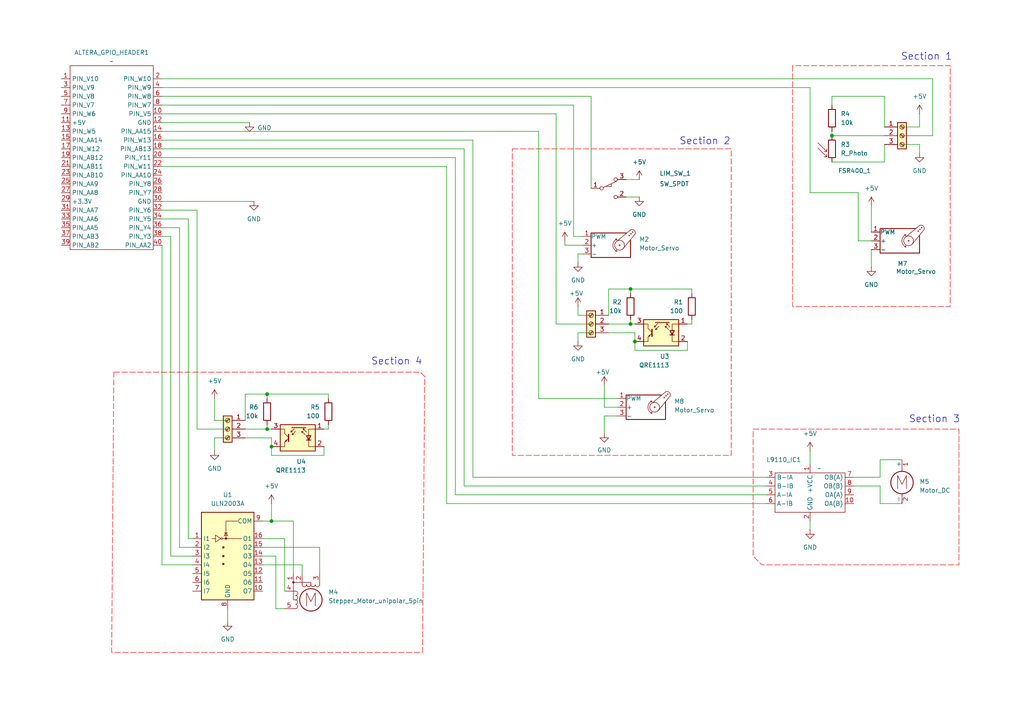
<source format=kicad_sch>
(kicad_sch
	(version 20250114)
	(generator "eeschema")
	(generator_version "9.0")
	(uuid "ab7108ca-7830-4361-8257-03efb04b622b")
	(paper "A4")
	(lib_symbols
		(symbol "Device:R_Photo"
			(pin_numbers
				(hide yes)
			)
			(pin_names
				(offset 0)
			)
			(exclude_from_sim no)
			(in_bom yes)
			(on_board yes)
			(property "Reference" "R"
				(at 1.27 1.27 0)
				(effects
					(font
						(size 1.27 1.27)
					)
					(justify left)
				)
			)
			(property "Value" "R_Photo"
				(at 1.27 0 0)
				(effects
					(font
						(size 1.27 1.27)
					)
					(justify left top)
				)
			)
			(property "Footprint" ""
				(at 1.27 -6.35 90)
				(effects
					(font
						(size 1.27 1.27)
					)
					(justify left)
					(hide yes)
				)
			)
			(property "Datasheet" "~"
				(at 0 -1.27 0)
				(effects
					(font
						(size 1.27 1.27)
					)
					(hide yes)
				)
			)
			(property "Description" "Photoresistor"
				(at 0 0 0)
				(effects
					(font
						(size 1.27 1.27)
					)
					(hide yes)
				)
			)
			(property "ki_keywords" "resistor variable light sensitive opto LDR"
				(at 0 0 0)
				(effects
					(font
						(size 1.27 1.27)
					)
					(hide yes)
				)
			)
			(property "ki_fp_filters" "*LDR* R?LDR*"
				(at 0 0 0)
				(effects
					(font
						(size 1.27 1.27)
					)
					(hide yes)
				)
			)
			(symbol "R_Photo_0_1"
				(polyline
					(pts
						(xy -1.524 -0.762) (xy -4.064 1.778)
					)
					(stroke
						(width 0)
						(type default)
					)
					(fill
						(type none)
					)
				)
				(polyline
					(pts
						(xy -1.524 -0.762) (xy -2.286 -0.762)
					)
					(stroke
						(width 0)
						(type default)
					)
					(fill
						(type none)
					)
				)
				(polyline
					(pts
						(xy -1.524 -0.762) (xy -1.524 0)
					)
					(stroke
						(width 0)
						(type default)
					)
					(fill
						(type none)
					)
				)
				(polyline
					(pts
						(xy -1.524 -2.286) (xy -4.064 0.254)
					)
					(stroke
						(width 0)
						(type default)
					)
					(fill
						(type none)
					)
				)
				(polyline
					(pts
						(xy -1.524 -2.286) (xy -2.286 -2.286)
					)
					(stroke
						(width 0)
						(type default)
					)
					(fill
						(type none)
					)
				)
				(polyline
					(pts
						(xy -1.524 -2.286) (xy -1.524 -1.524)
					)
					(stroke
						(width 0)
						(type default)
					)
					(fill
						(type none)
					)
				)
				(rectangle
					(start -1.016 2.54)
					(end 1.016 -2.54)
					(stroke
						(width 0.254)
						(type default)
					)
					(fill
						(type none)
					)
				)
			)
			(symbol "R_Photo_1_1"
				(pin passive line
					(at 0 3.81 270)
					(length 1.27)
					(name "~"
						(effects
							(font
								(size 1.27 1.27)
							)
						)
					)
					(number "1"
						(effects
							(font
								(size 1.27 1.27)
							)
						)
					)
				)
				(pin passive line
					(at 0 -3.81 90)
					(length 1.27)
					(name "~"
						(effects
							(font
								(size 1.27 1.27)
							)
						)
					)
					(number "2"
						(effects
							(font
								(size 1.27 1.27)
							)
						)
					)
				)
			)
			(embedded_fonts no)
		)
		(symbol "Switch:SW_SPDT_XKB_DMx-xxxx-1"
			(pin_names
				(offset 0)
				(hide yes)
			)
			(exclude_from_sim no)
			(in_bom yes)
			(on_board yes)
			(property "Reference" "SW"
				(at 0 4.318 0)
				(effects
					(font
						(size 1.27 1.27)
					)
				)
			)
			(property "Value" "SW_SPDT_XKB_DMx-xxxx-1"
				(at 0 -5.588 0)
				(effects
					(font
						(size 1.27 1.27)
					)
				)
			)
			(property "Footprint" ""
				(at 0 0 0)
				(effects
					(font
						(size 1.27 1.27)
					)
					(hide yes)
				)
			)
			(property "Datasheet" "~"
				(at 0 0 0)
				(effects
					(font
						(size 1.27 1.27)
					)
					(hide yes)
				)
			)
			(property "Description" "Position switch"
				(at 0 0 0)
				(effects
					(font
						(size 1.27 1.27)
					)
					(hide yes)
				)
			)
			(property "ki_keywords" "limit switch single pole double throw spdt microswitch"
				(at 0 0 0)
				(effects
					(font
						(size 1.27 1.27)
					)
					(hide yes)
				)
			)
			(property "ki_fp_filters" "SW?XKB?DM??16U??1*"
				(at 0 0 0)
				(effects
					(font
						(size 1.27 1.27)
					)
					(hide yes)
				)
			)
			(symbol "SW_SPDT_XKB_DMx-xxxx-1_1_1"
				(circle
					(center -2.032 0)
					(radius 0.508)
					(stroke
						(width 0)
						(type default)
					)
					(fill
						(type none)
					)
				)
				(polyline
					(pts
						(xy -1.524 0.254) (xy 2.286 2.032)
					)
					(stroke
						(width 0)
						(type default)
					)
					(fill
						(type none)
					)
				)
				(polyline
					(pts
						(xy -0.762 0.508) (xy 0.762 0.508) (xy 0.762 1.27)
					)
					(stroke
						(width 0)
						(type default)
					)
					(fill
						(type none)
					)
				)
				(circle
					(center 2.032 2.54)
					(radius 0.508)
					(stroke
						(width 0)
						(type default)
					)
					(fill
						(type none)
					)
				)
				(circle
					(center 2.032 -2.54)
					(radius 0.508)
					(stroke
						(width 0)
						(type default)
					)
					(fill
						(type none)
					)
				)
				(pin passive line
					(at -5.08 0 0)
					(length 2.54)
					(name "A"
						(effects
							(font
								(size 1.27 1.27)
							)
						)
					)
					(number "1"
						(effects
							(font
								(size 1.27 1.27)
							)
						)
					)
				)
				(pin passive line
					(at 5.08 2.54 180)
					(length 2.54)
					(name "C"
						(effects
							(font
								(size 1.27 1.27)
							)
						)
					)
					(number "3"
						(effects
							(font
								(size 1.27 1.27)
							)
						)
					)
				)
				(pin passive line
					(at 5.08 -2.54 180)
					(length 2.54)
					(name "B"
						(effects
							(font
								(size 1.27 1.27)
							)
						)
					)
					(number "2"
						(effects
							(font
								(size 1.27 1.27)
							)
						)
					)
				)
			)
			(embedded_fonts no)
		)
		(symbol "cust_symbol_backup_lib:+5V"
			(power)
			(pin_numbers
				(hide yes)
			)
			(pin_names
				(offset 0)
				(hide yes)
			)
			(exclude_from_sim no)
			(in_bom yes)
			(on_board yes)
			(property "Reference" "#PWR"
				(at 0 -3.81 0)
				(effects
					(font
						(size 1.27 1.27)
					)
					(hide yes)
				)
			)
			(property "Value" "+5V"
				(at 0 3.556 0)
				(effects
					(font
						(size 1.27 1.27)
					)
				)
			)
			(property "Footprint" ""
				(at 0 0 0)
				(effects
					(font
						(size 1.27 1.27)
					)
					(hide yes)
				)
			)
			(property "Datasheet" ""
				(at 0 0 0)
				(effects
					(font
						(size 1.27 1.27)
					)
					(hide yes)
				)
			)
			(property "Description" "Power symbol creates a global label with name \"+5V\""
				(at 0 0 0)
				(effects
					(font
						(size 1.27 1.27)
					)
					(hide yes)
				)
			)
			(property "ki_keywords" "global power"
				(at 0 0 0)
				(effects
					(font
						(size 1.27 1.27)
					)
					(hide yes)
				)
			)
			(symbol "+5V_0_1"
				(polyline
					(pts
						(xy -0.762 1.27) (xy 0 2.54)
					)
					(stroke
						(width 0)
						(type default)
					)
					(fill
						(type none)
					)
				)
				(polyline
					(pts
						(xy 0 2.54) (xy 0.762 1.27)
					)
					(stroke
						(width 0)
						(type default)
					)
					(fill
						(type none)
					)
				)
				(polyline
					(pts
						(xy 0 0) (xy 0 2.54)
					)
					(stroke
						(width 0)
						(type default)
					)
					(fill
						(type none)
					)
				)
			)
			(symbol "+5V_1_1"
				(pin power_in line
					(at 0 0 90)
					(length 0)
					(name "~"
						(effects
							(font
								(size 1.27 1.27)
							)
						)
					)
					(number "1"
						(effects
							(font
								(size 1.27 1.27)
							)
						)
					)
				)
			)
			(embedded_fonts no)
		)
		(symbol "cust_symbol_backup_lib:Altera_DE10_GPIO_Header"
			(exclude_from_sim no)
			(in_bom no)
			(on_board no)
			(property "Reference" "ALTERA_GPIO_HEADER"
				(at -0.762 19.304 0)
				(effects
					(font
						(size 1.27 1.27)
					)
				)
			)
			(property "Value" ""
				(at 0 0 0)
				(effects
					(font
						(size 1.27 1.27)
					)
				)
			)
			(property "Footprint" ""
				(at 0 0 0)
				(effects
					(font
						(size 1.27 1.27)
					)
					(hide yes)
				)
			)
			(property "Datasheet" ""
				(at 0 0 0)
				(effects
					(font
						(size 1.27 1.27)
					)
					(hide yes)
				)
			)
			(property "Description" ""
				(at 0 0 0)
				(effects
					(font
						(size 1.27 1.27)
					)
					(hide yes)
				)
			)
			(symbol "Altera_DE10_GPIO_Header_0_1"
				(rectangle
					(start -11.43 15.24)
					(end 12.7 -38.1)
					(stroke
						(width 0)
						(type default)
					)
					(fill
						(type none)
					)
				)
			)
			(symbol "Altera_DE10_GPIO_Header_1_1"
				(pin bidirectional line
					(at -13.97 11.43 0)
					(length 2.54)
					(name "PIN_V10"
						(effects
							(font
								(size 1.27 1.27)
							)
						)
					)
					(number "1"
						(effects
							(font
								(size 1.27 1.27)
							)
						)
					)
				)
				(pin bidirectional line
					(at -13.97 8.89 0)
					(length 2.54)
					(name "PIN_V9"
						(effects
							(font
								(size 1.27 1.27)
							)
						)
					)
					(number "3"
						(effects
							(font
								(size 1.27 1.27)
							)
						)
					)
				)
				(pin bidirectional line
					(at -13.97 6.35 0)
					(length 2.54)
					(name "PIN_V8"
						(effects
							(font
								(size 1.27 1.27)
							)
						)
					)
					(number "5"
						(effects
							(font
								(size 1.27 1.27)
							)
						)
					)
				)
				(pin bidirectional line
					(at -13.97 3.81 0)
					(length 2.54)
					(name "PIN_V7"
						(effects
							(font
								(size 1.27 1.27)
							)
						)
					)
					(number "7"
						(effects
							(font
								(size 1.27 1.27)
							)
						)
					)
				)
				(pin bidirectional line
					(at -13.97 1.27 0)
					(length 2.54)
					(name "PIN_W6"
						(effects
							(font
								(size 1.27 1.27)
							)
						)
					)
					(number "9"
						(effects
							(font
								(size 1.27 1.27)
							)
						)
					)
				)
				(pin power_in line
					(at -13.97 -1.27 0)
					(length 2.54)
					(name "+5V"
						(effects
							(font
								(size 1.27 1.27)
							)
						)
					)
					(number "11"
						(effects
							(font
								(size 1.27 1.27)
							)
						)
					)
				)
				(pin bidirectional line
					(at -13.97 -3.81 0)
					(length 2.54)
					(name "PIN_W5"
						(effects
							(font
								(size 1.27 1.27)
							)
						)
					)
					(number "13"
						(effects
							(font
								(size 1.27 1.27)
							)
						)
					)
				)
				(pin bidirectional line
					(at -13.97 -6.35 0)
					(length 2.54)
					(name "PIN_AA14"
						(effects
							(font
								(size 1.27 1.27)
							)
						)
					)
					(number "15"
						(effects
							(font
								(size 1.27 1.27)
							)
						)
					)
				)
				(pin bidirectional line
					(at -13.97 -8.89 0)
					(length 2.54)
					(name "PIN_W12"
						(effects
							(font
								(size 1.27 1.27)
							)
						)
					)
					(number "17"
						(effects
							(font
								(size 1.27 1.27)
							)
						)
					)
				)
				(pin bidirectional line
					(at -13.97 -11.43 0)
					(length 2.54)
					(name "PIN_AB12"
						(effects
							(font
								(size 1.27 1.27)
							)
						)
					)
					(number "19"
						(effects
							(font
								(size 1.27 1.27)
							)
						)
					)
				)
				(pin bidirectional line
					(at -13.97 -13.97 0)
					(length 2.54)
					(name "PIN_AB11"
						(effects
							(font
								(size 1.27 1.27)
							)
						)
					)
					(number "21"
						(effects
							(font
								(size 1.27 1.27)
							)
						)
					)
				)
				(pin bidirectional line
					(at -13.97 -16.51 0)
					(length 2.54)
					(name "PIN_AB10"
						(effects
							(font
								(size 1.27 1.27)
							)
						)
					)
					(number "23"
						(effects
							(font
								(size 1.27 1.27)
							)
						)
					)
				)
				(pin bidirectional line
					(at -13.97 -19.05 0)
					(length 2.54)
					(name "PIN_AA9"
						(effects
							(font
								(size 1.27 1.27)
							)
						)
					)
					(number "25"
						(effects
							(font
								(size 1.27 1.27)
							)
						)
					)
				)
				(pin bidirectional line
					(at -13.97 -21.59 0)
					(length 2.54)
					(name "PIN_AA8"
						(effects
							(font
								(size 1.27 1.27)
							)
						)
					)
					(number "27"
						(effects
							(font
								(size 1.27 1.27)
							)
						)
					)
				)
				(pin power_in line
					(at -13.97 -24.13 0)
					(length 2.54)
					(name "+3.3V"
						(effects
							(font
								(size 1.27 1.27)
							)
						)
					)
					(number "29"
						(effects
							(font
								(size 1.27 1.27)
							)
						)
					)
				)
				(pin bidirectional line
					(at -13.97 -26.67 0)
					(length 2.54)
					(name "PIN_AA7"
						(effects
							(font
								(size 1.27 1.27)
							)
						)
					)
					(number "31"
						(effects
							(font
								(size 1.27 1.27)
							)
						)
					)
				)
				(pin bidirectional line
					(at -13.97 -29.21 0)
					(length 2.54)
					(name "PIN_AA6"
						(effects
							(font
								(size 1.27 1.27)
							)
						)
					)
					(number "33"
						(effects
							(font
								(size 1.27 1.27)
							)
						)
					)
				)
				(pin bidirectional line
					(at -13.97 -31.75 0)
					(length 2.54)
					(name "PIN_AA5"
						(effects
							(font
								(size 1.27 1.27)
							)
						)
					)
					(number "35"
						(effects
							(font
								(size 1.27 1.27)
							)
						)
					)
				)
				(pin bidirectional line
					(at -13.97 -34.29 0)
					(length 2.54)
					(name "PIN_AB3"
						(effects
							(font
								(size 1.27 1.27)
							)
						)
					)
					(number "37"
						(effects
							(font
								(size 1.27 1.27)
							)
						)
					)
				)
				(pin bidirectional line
					(at -13.97 -36.83 0)
					(length 2.54)
					(name "PIN_AB2"
						(effects
							(font
								(size 1.27 1.27)
							)
						)
					)
					(number "39"
						(effects
							(font
								(size 1.27 1.27)
							)
						)
					)
				)
				(pin bidirectional line
					(at 15.24 11.43 180)
					(length 2.54)
					(name "PIN_W10"
						(effects
							(font
								(size 1.27 1.27)
							)
						)
					)
					(number "2"
						(effects
							(font
								(size 1.27 1.27)
							)
						)
					)
				)
				(pin bidirectional line
					(at 15.24 8.89 180)
					(length 2.54)
					(name "PIN_W9"
						(effects
							(font
								(size 1.27 1.27)
							)
						)
					)
					(number "4"
						(effects
							(font
								(size 1.27 1.27)
							)
						)
					)
				)
				(pin bidirectional line
					(at 15.24 6.35 180)
					(length 2.54)
					(name "PIN_W8"
						(effects
							(font
								(size 1.27 1.27)
							)
						)
					)
					(number "6"
						(effects
							(font
								(size 1.27 1.27)
							)
						)
					)
				)
				(pin bidirectional line
					(at 15.24 3.81 180)
					(length 2.54)
					(name "PIN_W7"
						(effects
							(font
								(size 1.27 1.27)
							)
						)
					)
					(number "8"
						(effects
							(font
								(size 1.27 1.27)
							)
						)
					)
				)
				(pin bidirectional line
					(at 15.24 1.27 180)
					(length 2.54)
					(name "PIN_V5"
						(effects
							(font
								(size 1.27 1.27)
							)
						)
					)
					(number "10"
						(effects
							(font
								(size 1.27 1.27)
							)
						)
					)
				)
				(pin power_in line
					(at 15.24 -1.27 180)
					(length 2.54)
					(name "GND"
						(effects
							(font
								(size 1.27 1.27)
							)
						)
					)
					(number "12"
						(effects
							(font
								(size 1.27 1.27)
							)
						)
					)
				)
				(pin bidirectional line
					(at 15.24 -3.81 180)
					(length 2.54)
					(name "PIN_AA15"
						(effects
							(font
								(size 1.27 1.27)
							)
						)
					)
					(number "14"
						(effects
							(font
								(size 1.27 1.27)
							)
						)
					)
				)
				(pin bidirectional line
					(at 15.24 -6.35 180)
					(length 2.54)
					(name "PIN_W13"
						(effects
							(font
								(size 1.27 1.27)
							)
						)
					)
					(number "16"
						(effects
							(font
								(size 1.27 1.27)
							)
						)
					)
				)
				(pin bidirectional line
					(at 15.24 -8.89 180)
					(length 2.54)
					(name "PIN_AB13"
						(effects
							(font
								(size 1.27 1.27)
							)
						)
					)
					(number "18"
						(effects
							(font
								(size 1.27 1.27)
							)
						)
					)
				)
				(pin bidirectional line
					(at 15.24 -11.43 180)
					(length 2.54)
					(name "PIN_Y11"
						(effects
							(font
								(size 1.27 1.27)
							)
						)
					)
					(number "20"
						(effects
							(font
								(size 1.27 1.27)
							)
						)
					)
				)
				(pin bidirectional line
					(at 15.24 -13.97 180)
					(length 2.54)
					(name "PIN_W11"
						(effects
							(font
								(size 1.27 1.27)
							)
						)
					)
					(number "22"
						(effects
							(font
								(size 1.27 1.27)
							)
						)
					)
				)
				(pin bidirectional line
					(at 15.24 -16.51 180)
					(length 2.54)
					(name "PIN_AA10"
						(effects
							(font
								(size 1.27 1.27)
							)
						)
					)
					(number "24"
						(effects
							(font
								(size 1.27 1.27)
							)
						)
					)
				)
				(pin bidirectional line
					(at 15.24 -19.05 180)
					(length 2.54)
					(name "PIN_Y8"
						(effects
							(font
								(size 1.27 1.27)
							)
						)
					)
					(number "26"
						(effects
							(font
								(size 1.27 1.27)
							)
						)
					)
				)
				(pin bidirectional line
					(at 15.24 -21.59 180)
					(length 2.54)
					(name "PIN_Y7"
						(effects
							(font
								(size 1.27 1.27)
							)
						)
					)
					(number "28"
						(effects
							(font
								(size 1.27 1.27)
							)
						)
					)
				)
				(pin power_in line
					(at 15.24 -24.13 180)
					(length 2.54)
					(name "GND"
						(effects
							(font
								(size 1.27 1.27)
							)
						)
					)
					(number "30"
						(effects
							(font
								(size 1.27 1.27)
							)
						)
					)
				)
				(pin bidirectional line
					(at 15.24 -26.67 180)
					(length 2.54)
					(name "PIN_Y6"
						(effects
							(font
								(size 1.27 1.27)
							)
						)
					)
					(number "32"
						(effects
							(font
								(size 1.27 1.27)
							)
						)
					)
				)
				(pin bidirectional line
					(at 15.24 -29.21 180)
					(length 2.54)
					(name "PIN_Y5"
						(effects
							(font
								(size 1.27 1.27)
							)
						)
					)
					(number "34"
						(effects
							(font
								(size 1.27 1.27)
							)
						)
					)
				)
				(pin bidirectional line
					(at 15.24 -31.75 180)
					(length 2.54)
					(name "PIN_Y4"
						(effects
							(font
								(size 1.27 1.27)
							)
						)
					)
					(number "36"
						(effects
							(font
								(size 1.27 1.27)
							)
						)
					)
				)
				(pin bidirectional line
					(at 15.24 -34.29 180)
					(length 2.54)
					(name "PIN_Y3"
						(effects
							(font
								(size 1.27 1.27)
							)
						)
					)
					(number "38"
						(effects
							(font
								(size 1.27 1.27)
							)
						)
					)
				)
				(pin bidirectional line
					(at 15.24 -36.83 180)
					(length 2.54)
					(name "PIN_AA2"
						(effects
							(font
								(size 1.27 1.27)
							)
						)
					)
					(number "40"
						(effects
							(font
								(size 1.27 1.27)
							)
						)
					)
				)
			)
			(embedded_fonts no)
		)
		(symbol "cust_symbol_backup_lib:GND"
			(power)
			(pin_numbers
				(hide yes)
			)
			(pin_names
				(offset 0)
				(hide yes)
			)
			(exclude_from_sim no)
			(in_bom yes)
			(on_board yes)
			(property "Reference" "#PWR"
				(at 0 -6.35 0)
				(effects
					(font
						(size 1.27 1.27)
					)
					(hide yes)
				)
			)
			(property "Value" "GND"
				(at 0 -3.81 0)
				(effects
					(font
						(size 1.27 1.27)
					)
				)
			)
			(property "Footprint" ""
				(at 0 0 0)
				(effects
					(font
						(size 1.27 1.27)
					)
					(hide yes)
				)
			)
			(property "Datasheet" ""
				(at 0 0 0)
				(effects
					(font
						(size 1.27 1.27)
					)
					(hide yes)
				)
			)
			(property "Description" "Power symbol creates a global label with name \"GND\" , ground"
				(at 0 0 0)
				(effects
					(font
						(size 1.27 1.27)
					)
					(hide yes)
				)
			)
			(property "ki_keywords" "global power"
				(at 0 0 0)
				(effects
					(font
						(size 1.27 1.27)
					)
					(hide yes)
				)
			)
			(symbol "GND_0_1"
				(polyline
					(pts
						(xy 0 0) (xy 0 -1.27) (xy 1.27 -1.27) (xy 0 -2.54) (xy -1.27 -1.27) (xy 0 -1.27)
					)
					(stroke
						(width 0)
						(type default)
					)
					(fill
						(type none)
					)
				)
			)
			(symbol "GND_1_1"
				(pin power_in line
					(at 0 0 270)
					(length 0)
					(name "~"
						(effects
							(font
								(size 1.27 1.27)
							)
						)
					)
					(number "1"
						(effects
							(font
								(size 1.27 1.27)
							)
						)
					)
				)
			)
			(embedded_fonts no)
		)
		(symbol "cust_symbol_backup_lib:L9110"
			(exclude_from_sim no)
			(in_bom no)
			(on_board no)
			(property "Reference" "L9110_IC"
				(at -6.858 3.048 0)
				(effects
					(font
						(size 1.27 1.27)
					)
				)
			)
			(property "Value" ""
				(at 0 0 0)
				(effects
					(font
						(size 1.27 1.27)
					)
				)
			)
			(property "Footprint" ""
				(at 0 0 0)
				(effects
					(font
						(size 1.27 1.27)
					)
					(hide yes)
				)
			)
			(property "Datasheet" ""
				(at 0 0 0)
				(effects
					(font
						(size 1.27 1.27)
					)
					(hide yes)
				)
			)
			(property "Description" ""
				(at 0 0 0)
				(effects
					(font
						(size 1.27 1.27)
					)
					(hide yes)
				)
			)
			(symbol "L9110_0_1"
				(rectangle
					(start -10.16 -1.27)
					(end 10.16 -12.7)
					(stroke
						(width 0)
						(type default)
					)
					(fill
						(type none)
					)
				)
			)
			(symbol "L9110_1_1"
				(pin input line
					(at -12.7 -2.54 0)
					(length 2.54)
					(name "B-IA"
						(effects
							(font
								(size 1.27 1.27)
							)
						)
					)
					(number "3"
						(effects
							(font
								(size 1.27 1.27)
							)
						)
					)
				)
				(pin input line
					(at -12.7 -5.08 0)
					(length 2.54)
					(name "B-IB"
						(effects
							(font
								(size 1.27 1.27)
							)
						)
					)
					(number "4"
						(effects
							(font
								(size 1.27 1.27)
							)
						)
					)
				)
				(pin input line
					(at -12.7 -7.62 0)
					(length 2.54)
					(name "A-IA"
						(effects
							(font
								(size 1.27 1.27)
							)
						)
					)
					(number "5"
						(effects
							(font
								(size 1.27 1.27)
							)
						)
					)
				)
				(pin input line
					(at -12.7 -10.16 0)
					(length 2.54)
					(name "A-IB"
						(effects
							(font
								(size 1.27 1.27)
							)
						)
					)
					(number "6"
						(effects
							(font
								(size 1.27 1.27)
							)
						)
					)
				)
				(pin power_in line
					(at 0 1.27 270)
					(length 2.54)
					(name "+VCC"
						(effects
							(font
								(size 1.27 1.27)
							)
						)
					)
					(number "1"
						(effects
							(font
								(size 1.27 1.27)
							)
						)
					)
				)
				(pin power_in line
					(at 0 -15.24 90)
					(length 2.54)
					(name "GND"
						(effects
							(font
								(size 1.27 1.27)
							)
						)
					)
					(number "2"
						(effects
							(font
								(size 1.27 1.27)
							)
						)
					)
				)
				(pin output line
					(at 12.7 -2.54 180)
					(length 2.54)
					(name "OB(A)"
						(effects
							(font
								(size 1.27 1.27)
							)
						)
					)
					(number "7"
						(effects
							(font
								(size 1.27 1.27)
							)
						)
					)
				)
				(pin output line
					(at 12.7 -5.08 180)
					(length 2.54)
					(name "OB(B)"
						(effects
							(font
								(size 1.27 1.27)
							)
						)
					)
					(number "8"
						(effects
							(font
								(size 1.27 1.27)
							)
						)
					)
				)
				(pin output line
					(at 12.7 -7.62 180)
					(length 2.54)
					(name "OA(A)"
						(effects
							(font
								(size 1.27 1.27)
							)
						)
					)
					(number "9"
						(effects
							(font
								(size 1.27 1.27)
							)
						)
					)
				)
				(pin output line
					(at 12.7 -10.16 180)
					(length 2.54)
					(name "OA(B)"
						(effects
							(font
								(size 1.27 1.27)
							)
						)
					)
					(number "10"
						(effects
							(font
								(size 1.27 1.27)
							)
						)
					)
				)
			)
			(embedded_fonts no)
		)
		(symbol "cust_symbol_backup_lib:Motor_DC"
			(pin_names
				(offset 0)
			)
			(exclude_from_sim no)
			(in_bom yes)
			(on_board yes)
			(property "Reference" "M"
				(at 2.54 2.54 0)
				(effects
					(font
						(size 1.27 1.27)
					)
					(justify left)
				)
			)
			(property "Value" "Motor_DC"
				(at 2.54 -5.08 0)
				(effects
					(font
						(size 1.27 1.27)
					)
					(justify left top)
				)
			)
			(property "Footprint" ""
				(at 0 -2.286 0)
				(effects
					(font
						(size 1.27 1.27)
					)
					(hide yes)
				)
			)
			(property "Datasheet" "~"
				(at 0 -2.286 0)
				(effects
					(font
						(size 1.27 1.27)
					)
					(hide yes)
				)
			)
			(property "Description" "DC Motor"
				(at 0 0 0)
				(effects
					(font
						(size 1.27 1.27)
					)
					(hide yes)
				)
			)
			(property "ki_keywords" "DC Motor"
				(at 0 0 0)
				(effects
					(font
						(size 1.27 1.27)
					)
					(hide yes)
				)
			)
			(property "ki_fp_filters" "PinHeader*P2.54mm* TerminalBlock*"
				(at 0 0 0)
				(effects
					(font
						(size 1.27 1.27)
					)
					(hide yes)
				)
			)
			(symbol "Motor_DC_0_0"
				(polyline
					(pts
						(xy -1.27 -3.302) (xy -1.27 0.508) (xy 0 -2.032) (xy 1.27 0.508) (xy 1.27 -3.302)
					)
					(stroke
						(width 0)
						(type default)
					)
					(fill
						(type none)
					)
				)
			)
			(symbol "Motor_DC_0_1"
				(polyline
					(pts
						(xy 0 2.032) (xy 0 2.54)
					)
					(stroke
						(width 0)
						(type default)
					)
					(fill
						(type none)
					)
				)
				(polyline
					(pts
						(xy 0 1.7272) (xy 0 2.0828)
					)
					(stroke
						(width 0)
						(type default)
					)
					(fill
						(type none)
					)
				)
				(circle
					(center 0 -1.524)
					(radius 3.2512)
					(stroke
						(width 0.254)
						(type default)
					)
					(fill
						(type none)
					)
				)
				(polyline
					(pts
						(xy 0 -4.7752) (xy 0 -5.1816)
					)
					(stroke
						(width 0)
						(type default)
					)
					(fill
						(type none)
					)
				)
				(polyline
					(pts
						(xy 0 -7.62) (xy 0 -7.112)
					)
					(stroke
						(width 0)
						(type default)
					)
					(fill
						(type none)
					)
				)
			)
			(symbol "Motor_DC_1_1"
				(pin passive line
					(at 0 5.08 270)
					(length 2.54)
					(name "+"
						(effects
							(font
								(size 1.27 1.27)
							)
						)
					)
					(number "1"
						(effects
							(font
								(size 1.27 1.27)
							)
						)
					)
				)
				(pin passive line
					(at 0 -7.62 90)
					(length 2.54)
					(name "-"
						(effects
							(font
								(size 1.27 1.27)
							)
						)
					)
					(number "2"
						(effects
							(font
								(size 1.27 1.27)
							)
						)
					)
				)
			)
			(embedded_fonts no)
		)
		(symbol "cust_symbol_backup_lib:Motor_Servo"
			(pin_names
				(offset 0.0254)
			)
			(exclude_from_sim no)
			(in_bom yes)
			(on_board yes)
			(property "Reference" "M"
				(at -5.08 4.445 0)
				(effects
					(font
						(size 1.27 1.27)
					)
					(justify left)
				)
			)
			(property "Value" "Motor_Servo"
				(at -5.08 -4.064 0)
				(effects
					(font
						(size 1.27 1.27)
					)
					(justify left top)
				)
			)
			(property "Footprint" ""
				(at 0 -4.826 0)
				(effects
					(font
						(size 1.27 1.27)
					)
					(hide yes)
				)
			)
			(property "Datasheet" "http://forums.parallax.com/uploads/attachments/46831/74481.png"
				(at 0 -4.826 0)
				(effects
					(font
						(size 1.27 1.27)
					)
					(hide yes)
				)
			)
			(property "Description" "Servo Motor (Futaba, HiTec, JR connector)"
				(at 0 0 0)
				(effects
					(font
						(size 1.27 1.27)
					)
					(hide yes)
				)
			)
			(property "ki_keywords" "Servo Motor"
				(at 0 0 0)
				(effects
					(font
						(size 1.27 1.27)
					)
					(hide yes)
				)
			)
			(property "ki_fp_filters" "PinHeader*P2.54mm*"
				(at 0 0 0)
				(effects
					(font
						(size 1.27 1.27)
					)
					(hide yes)
				)
			)
			(symbol "Motor_Servo_0_1"
				(polyline
					(pts
						(xy 2.413 1.778) (xy 1.905 1.778)
					)
					(stroke
						(width 0)
						(type default)
					)
					(fill
						(type none)
					)
				)
				(polyline
					(pts
						(xy 2.413 1.778) (xy 2.286 1.397)
					)
					(stroke
						(width 0)
						(type default)
					)
					(fill
						(type none)
					)
				)
				(polyline
					(pts
						(xy 2.413 -1.778) (xy 2.032 -1.778)
					)
					(stroke
						(width 0)
						(type default)
					)
					(fill
						(type none)
					)
				)
				(polyline
					(pts
						(xy 2.413 -1.778) (xy 2.286 -1.397)
					)
					(stroke
						(width 0)
						(type default)
					)
					(fill
						(type none)
					)
				)
				(arc
					(start 2.413 -1.778)
					(mid 1.2406 0)
					(end 2.413 1.778)
					(stroke
						(width 0)
						(type default)
					)
					(fill
						(type none)
					)
				)
				(circle
					(center 3.175 0)
					(radius 0.1778)
					(stroke
						(width 0)
						(type default)
					)
					(fill
						(type none)
					)
				)
				(circle
					(center 3.175 0)
					(radius 1.4224)
					(stroke
						(width 0)
						(type default)
					)
					(fill
						(type none)
					)
				)
				(polyline
					(pts
						(xy 5.08 3.556) (xy -5.08 3.556) (xy -5.08 -3.556) (xy 6.35 -3.556) (xy 6.35 1.524)
					)
					(stroke
						(width 0.254)
						(type default)
					)
					(fill
						(type none)
					)
				)
				(circle
					(center 5.969 2.794)
					(radius 0.127)
					(stroke
						(width 0)
						(type default)
					)
					(fill
						(type none)
					)
				)
				(polyline
					(pts
						(xy 6.35 4.445) (xy 2.54 1.27)
					)
					(stroke
						(width 0)
						(type default)
					)
					(fill
						(type none)
					)
				)
				(circle
					(center 6.477 3.302)
					(radius 0.127)
					(stroke
						(width 0)
						(type default)
					)
					(fill
						(type none)
					)
				)
				(arc
					(start 6.35 4.445)
					(mid 7.4487 4.2737)
					(end 7.62 3.175)
					(stroke
						(width 0)
						(type default)
					)
					(fill
						(type none)
					)
				)
				(circle
					(center 6.985 3.81)
					(radius 0.127)
					(stroke
						(width 0)
						(type default)
					)
					(fill
						(type none)
					)
				)
				(polyline
					(pts
						(xy 7.62 3.175) (xy 4.191 -1.016)
					)
					(stroke
						(width 0)
						(type default)
					)
					(fill
						(type none)
					)
				)
			)
			(symbol "Motor_Servo_1_1"
				(pin passive line
					(at -7.62 2.54 0)
					(length 2.54)
					(name "PWM"
						(effects
							(font
								(size 1.27 1.27)
							)
						)
					)
					(number "1"
						(effects
							(font
								(size 1.27 1.27)
							)
						)
					)
				)
				(pin passive line
					(at -7.62 0 0)
					(length 2.54)
					(name "+"
						(effects
							(font
								(size 1.27 1.27)
							)
						)
					)
					(number "2"
						(effects
							(font
								(size 1.27 1.27)
							)
						)
					)
				)
				(pin passive line
					(at -7.62 -2.54 0)
					(length 2.54)
					(name "-"
						(effects
							(font
								(size 1.27 1.27)
							)
						)
					)
					(number "3"
						(effects
							(font
								(size 1.27 1.27)
							)
						)
					)
				)
			)
			(embedded_fonts no)
		)
		(symbol "cust_symbol_backup_lib:QRE1113"
			(pin_names
				(offset 0.0254)
				(hide yes)
			)
			(exclude_from_sim no)
			(in_bom yes)
			(on_board yes)
			(property "Reference" "U"
				(at -3.81 5.08 0)
				(effects
					(font
						(size 1.27 1.27)
					)
				)
			)
			(property "Value" "QRE1113"
				(at 8.89 5.08 0)
				(effects
					(font
						(size 1.27 1.27)
					)
					(justify right)
				)
			)
			(property "Footprint" "OptoDevice:OnSemi_CASE100AQ"
				(at 0 -5.08 0)
				(effects
					(font
						(size 1.27 1.27)
					)
					(hide yes)
				)
			)
			(property "Datasheet" "http://www.onsemi.com/pub/Collateral/QRE1113-D.PDF"
				(at 0 2.54 0)
				(effects
					(font
						(size 1.27 1.27)
					)
					(hide yes)
				)
			)
			(property "Description" "Miniature Reflective Optical Object Sensor, DIP-like THT-package"
				(at 0 0 0)
				(effects
					(font
						(size 1.27 1.27)
					)
					(hide yes)
				)
			)
			(property "ki_keywords" "Reflective Optical Sensor Opto reflex coupler"
				(at 0 0 0)
				(effects
					(font
						(size 1.27 1.27)
					)
					(hide yes)
				)
			)
			(property "ki_fp_filters" "OnSemi*CASE100AQ*"
				(at 0 0 0)
				(effects
					(font
						(size 1.27 1.27)
					)
					(hide yes)
				)
			)
			(symbol "QRE1113_0_1"
				(polyline
					(pts
						(xy -5.08 -2.54) (xy -3.175 -2.54) (xy -3.175 2.54) (xy -5.08 2.54)
					)
					(stroke
						(width 0)
						(type default)
					)
					(fill
						(type none)
					)
				)
				(polyline
					(pts
						(xy -5.08 -3.81) (xy 5.08 -3.81) (xy 5.08 3.81) (xy -5.08 3.81) (xy -5.08 -3.81)
					)
					(stroke
						(width 0.254)
						(type default)
					)
					(fill
						(type background)
					)
				)
				(polyline
					(pts
						(xy -3.81 -0.635) (xy -2.54 -0.635)
					)
					(stroke
						(width 0.254)
						(type default)
					)
					(fill
						(type none)
					)
				)
				(polyline
					(pts
						(xy -3.175 -0.635) (xy -3.81 0.635) (xy -2.54 0.635) (xy -3.175 -0.635)
					)
					(stroke
						(width 0.254)
						(type default)
					)
					(fill
						(type none)
					)
				)
				(polyline
					(pts
						(xy -2.54 1.651) (xy -1.524 2.667) (xy -2.032 2.54)
					)
					(stroke
						(width 0)
						(type default)
					)
					(fill
						(type none)
					)
				)
				(polyline
					(pts
						(xy -2.286 2.921) (xy -2.032 3.175)
					)
					(stroke
						(width 0)
						(type default)
					)
					(fill
						(type none)
					)
				)
				(polyline
					(pts
						(xy -2.159 0.889) (xy -1.143 1.905) (xy -1.651 1.778)
					)
					(stroke
						(width 0)
						(type default)
					)
					(fill
						(type none)
					)
				)
				(polyline
					(pts
						(xy -1.778 2.921) (xy -1.524 3.175)
					)
					(stroke
						(width 0)
						(type default)
					)
					(fill
						(type none)
					)
				)
				(polyline
					(pts
						(xy -1.524 2.667) (xy -1.651 2.159)
					)
					(stroke
						(width 0)
						(type default)
					)
					(fill
						(type none)
					)
				)
				(polyline
					(pts
						(xy -1.27 2.921) (xy -1.016 3.175)
					)
					(stroke
						(width 0)
						(type default)
					)
					(fill
						(type none)
					)
				)
				(polyline
					(pts
						(xy -1.143 1.905) (xy -1.27 1.397)
					)
					(stroke
						(width 0)
						(type default)
					)
					(fill
						(type none)
					)
				)
				(polyline
					(pts
						(xy -0.762 2.921) (xy -0.508 3.175)
					)
					(stroke
						(width 0)
						(type default)
					)
					(fill
						(type none)
					)
				)
				(polyline
					(pts
						(xy -0.254 2.921) (xy 0 3.175)
					)
					(stroke
						(width 0)
						(type default)
					)
					(fill
						(type none)
					)
				)
				(polyline
					(pts
						(xy 0.254 2.921) (xy 0.508 3.175)
					)
					(stroke
						(width 0)
						(type default)
					)
					(fill
						(type none)
					)
				)
				(polyline
					(pts
						(xy 0.635 1.905) (xy 1.651 0.889) (xy 1.524 1.397)
					)
					(stroke
						(width 0)
						(type default)
					)
					(fill
						(type none)
					)
				)
				(polyline
					(pts
						(xy 0.762 2.921) (xy 1.016 3.175)
					)
					(stroke
						(width 0)
						(type default)
					)
					(fill
						(type none)
					)
				)
				(polyline
					(pts
						(xy 1.016 2.667) (xy 2.032 1.651) (xy 1.905 2.159)
					)
					(stroke
						(width 0)
						(type default)
					)
					(fill
						(type none)
					)
				)
				(polyline
					(pts
						(xy 1.27 2.921) (xy 1.524 3.175)
					)
					(stroke
						(width 0)
						(type default)
					)
					(fill
						(type none)
					)
				)
				(polyline
					(pts
						(xy 1.651 0.889) (xy 1.143 1.016)
					)
					(stroke
						(width 0)
						(type default)
					)
					(fill
						(type none)
					)
				)
				(polyline
					(pts
						(xy 1.778 2.921) (xy -2.413 2.921)
					)
					(stroke
						(width 0)
						(type default)
					)
					(fill
						(type none)
					)
				)
				(polyline
					(pts
						(xy 2.032 1.651) (xy 1.524 1.778)
					)
					(stroke
						(width 0)
						(type default)
					)
					(fill
						(type none)
					)
				)
				(polyline
					(pts
						(xy 2.667 1.016) (xy 2.667 -1.016) (xy 2.667 -1.016)
					)
					(stroke
						(width 0.3556)
						(type default)
					)
					(fill
						(type none)
					)
				)
				(polyline
					(pts
						(xy 2.667 0.127) (xy 3.81 1.27)
					)
					(stroke
						(width 0)
						(type default)
					)
					(fill
						(type none)
					)
				)
				(polyline
					(pts
						(xy 2.667 -0.127) (xy 3.81 -1.27)
					)
					(stroke
						(width 0)
						(type default)
					)
					(fill
						(type none)
					)
				)
				(polyline
					(pts
						(xy 3.683 -1.143) (xy 3.429 -0.635) (xy 3.175 -0.889) (xy 3.683 -1.143)
					)
					(stroke
						(width 0)
						(type default)
					)
					(fill
						(type none)
					)
				)
				(polyline
					(pts
						(xy 3.81 1.27) (xy 3.81 2.54) (xy 5.08 2.54)
					)
					(stroke
						(width 0)
						(type default)
					)
					(fill
						(type none)
					)
				)
				(polyline
					(pts
						(xy 3.81 -1.27) (xy 3.81 -2.54) (xy 5.08 -2.54)
					)
					(stroke
						(width 0)
						(type default)
					)
					(fill
						(type none)
					)
				)
			)
			(symbol "QRE1113_1_1"
				(pin passive line
					(at -7.62 2.54 0)
					(length 2.54)
					(name "A"
						(effects
							(font
								(size 1.27 1.27)
							)
						)
					)
					(number "1"
						(effects
							(font
								(size 1.27 1.27)
							)
						)
					)
				)
				(pin passive line
					(at -7.62 -2.54 0)
					(length 2.54)
					(name "K"
						(effects
							(font
								(size 1.27 1.27)
							)
						)
					)
					(number "2"
						(effects
							(font
								(size 1.27 1.27)
							)
						)
					)
				)
				(pin open_collector line
					(at 7.62 2.54 180)
					(length 2.54)
					(name "~"
						(effects
							(font
								(size 1.27 1.27)
							)
						)
					)
					(number "3"
						(effects
							(font
								(size 1.27 1.27)
							)
						)
					)
				)
				(pin open_emitter line
					(at 7.62 -2.54 180)
					(length 2.54)
					(name "~"
						(effects
							(font
								(size 1.27 1.27)
							)
						)
					)
					(number "4"
						(effects
							(font
								(size 1.27 1.27)
							)
						)
					)
				)
			)
			(embedded_fonts no)
		)
		(symbol "cust_symbol_backup_lib:R"
			(pin_numbers
				(hide yes)
			)
			(pin_names
				(offset 0)
			)
			(exclude_from_sim no)
			(in_bom yes)
			(on_board yes)
			(property "Reference" "R"
				(at 2.032 0 90)
				(effects
					(font
						(size 1.27 1.27)
					)
				)
			)
			(property "Value" "R"
				(at 0 0 90)
				(effects
					(font
						(size 1.27 1.27)
					)
				)
			)
			(property "Footprint" ""
				(at -1.778 0 90)
				(effects
					(font
						(size 1.27 1.27)
					)
					(hide yes)
				)
			)
			(property "Datasheet" "~"
				(at 0 0 0)
				(effects
					(font
						(size 1.27 1.27)
					)
					(hide yes)
				)
			)
			(property "Description" "Resistor"
				(at 0 0 0)
				(effects
					(font
						(size 1.27 1.27)
					)
					(hide yes)
				)
			)
			(property "ki_keywords" "R res resistor"
				(at 0 0 0)
				(effects
					(font
						(size 1.27 1.27)
					)
					(hide yes)
				)
			)
			(property "ki_fp_filters" "R_*"
				(at 0 0 0)
				(effects
					(font
						(size 1.27 1.27)
					)
					(hide yes)
				)
			)
			(symbol "R_0_1"
				(rectangle
					(start -1.016 -2.54)
					(end 1.016 2.54)
					(stroke
						(width 0.254)
						(type default)
					)
					(fill
						(type none)
					)
				)
			)
			(symbol "R_1_1"
				(pin passive line
					(at 0 3.81 270)
					(length 1.27)
					(name "~"
						(effects
							(font
								(size 1.27 1.27)
							)
						)
					)
					(number "1"
						(effects
							(font
								(size 1.27 1.27)
							)
						)
					)
				)
				(pin passive line
					(at 0 -3.81 90)
					(length 1.27)
					(name "~"
						(effects
							(font
								(size 1.27 1.27)
							)
						)
					)
					(number "2"
						(effects
							(font
								(size 1.27 1.27)
							)
						)
					)
				)
			)
			(embedded_fonts no)
		)
		(symbol "cust_symbol_backup_lib:Screw_Terminal_01x03"
			(pin_names
				(offset 1.016)
				(hide yes)
			)
			(exclude_from_sim no)
			(in_bom yes)
			(on_board yes)
			(property "Reference" "J"
				(at 0 5.08 0)
				(effects
					(font
						(size 1.27 1.27)
					)
				)
			)
			(property "Value" "Screw_Terminal_01x03"
				(at 0 -5.08 0)
				(effects
					(font
						(size 1.27 1.27)
					)
				)
			)
			(property "Footprint" ""
				(at 0 0 0)
				(effects
					(font
						(size 1.27 1.27)
					)
					(hide yes)
				)
			)
			(property "Datasheet" "~"
				(at 0 0 0)
				(effects
					(font
						(size 1.27 1.27)
					)
					(hide yes)
				)
			)
			(property "Description" "Generic screw terminal, single row, 01x03, script generated (kicad-library-utils/schlib/autogen/connector/)"
				(at 0 0 0)
				(effects
					(font
						(size 1.27 1.27)
					)
					(hide yes)
				)
			)
			(property "ki_keywords" "screw terminal"
				(at 0 0 0)
				(effects
					(font
						(size 1.27 1.27)
					)
					(hide yes)
				)
			)
			(property "ki_fp_filters" "TerminalBlock*:*"
				(at 0 0 0)
				(effects
					(font
						(size 1.27 1.27)
					)
					(hide yes)
				)
			)
			(symbol "Screw_Terminal_01x03_1_1"
				(rectangle
					(start -1.27 3.81)
					(end 1.27 -3.81)
					(stroke
						(width 0.254)
						(type default)
					)
					(fill
						(type background)
					)
				)
				(polyline
					(pts
						(xy -0.5334 2.8702) (xy 0.3302 2.032)
					)
					(stroke
						(width 0.1524)
						(type default)
					)
					(fill
						(type none)
					)
				)
				(polyline
					(pts
						(xy -0.5334 0.3302) (xy 0.3302 -0.508)
					)
					(stroke
						(width 0.1524)
						(type default)
					)
					(fill
						(type none)
					)
				)
				(polyline
					(pts
						(xy -0.5334 -2.2098) (xy 0.3302 -3.048)
					)
					(stroke
						(width 0.1524)
						(type default)
					)
					(fill
						(type none)
					)
				)
				(polyline
					(pts
						(xy -0.3556 3.048) (xy 0.508 2.2098)
					)
					(stroke
						(width 0.1524)
						(type default)
					)
					(fill
						(type none)
					)
				)
				(polyline
					(pts
						(xy -0.3556 0.508) (xy 0.508 -0.3302)
					)
					(stroke
						(width 0.1524)
						(type default)
					)
					(fill
						(type none)
					)
				)
				(polyline
					(pts
						(xy -0.3556 -2.032) (xy 0.508 -2.8702)
					)
					(stroke
						(width 0.1524)
						(type default)
					)
					(fill
						(type none)
					)
				)
				(circle
					(center 0 2.54)
					(radius 0.635)
					(stroke
						(width 0.1524)
						(type default)
					)
					(fill
						(type none)
					)
				)
				(circle
					(center 0 0)
					(radius 0.635)
					(stroke
						(width 0.1524)
						(type default)
					)
					(fill
						(type none)
					)
				)
				(circle
					(center 0 -2.54)
					(radius 0.635)
					(stroke
						(width 0.1524)
						(type default)
					)
					(fill
						(type none)
					)
				)
				(pin passive line
					(at -5.08 2.54 0)
					(length 3.81)
					(name "Pin_1"
						(effects
							(font
								(size 1.27 1.27)
							)
						)
					)
					(number "1"
						(effects
							(font
								(size 1.27 1.27)
							)
						)
					)
				)
				(pin passive line
					(at -5.08 0 0)
					(length 3.81)
					(name "Pin_2"
						(effects
							(font
								(size 1.27 1.27)
							)
						)
					)
					(number "2"
						(effects
							(font
								(size 1.27 1.27)
							)
						)
					)
				)
				(pin passive line
					(at -5.08 -2.54 0)
					(length 3.81)
					(name "Pin_3"
						(effects
							(font
								(size 1.27 1.27)
							)
						)
					)
					(number "3"
						(effects
							(font
								(size 1.27 1.27)
							)
						)
					)
				)
			)
			(embedded_fonts no)
		)
		(symbol "cust_symbol_backup_lib:Stepper_Motor_unipolar_5pin"
			(pin_names
				(offset 0)
				(hide yes)
			)
			(exclude_from_sim no)
			(in_bom yes)
			(on_board yes)
			(property "Reference" "M"
				(at 3.81 2.54 0)
				(effects
					(font
						(size 1.27 1.27)
					)
					(justify left)
				)
			)
			(property "Value" "Stepper_Motor_unipolar_5pin"
				(at 3.81 1.27 0)
				(effects
					(font
						(size 1.27 1.27)
					)
					(justify left top)
				)
			)
			(property "Footprint" ""
				(at 0.254 -0.254 0)
				(effects
					(font
						(size 1.27 1.27)
					)
					(hide yes)
				)
			)
			(property "Datasheet" "http://www.infineon.com/dgdl/Application-Note-TLE8110EE_driving_UniPolarStepperMotor_V1.1.pdf?fileId=db3a30431be39b97011be5d0aa0a00b0"
				(at 0.254 -0.254 0)
				(effects
					(font
						(size 1.27 1.27)
					)
					(hide yes)
				)
			)
			(property "Description" "5-wire unipolar stepper motor"
				(at 0 0 0)
				(effects
					(font
						(size 1.27 1.27)
					)
					(hide yes)
				)
			)
			(property "ki_keywords" "unipolar stepper motor"
				(at 0 0 0)
				(effects
					(font
						(size 1.27 1.27)
					)
					(hide yes)
				)
			)
			(property "ki_fp_filters" "PinHeader*P2.54mm* TerminalBlock*"
				(at 0 0 0)
				(effects
					(font
						(size 1.27 1.27)
					)
					(hide yes)
				)
			)
			(symbol "Stepper_Motor_unipolar_5pin_0_0"
				(polyline
					(pts
						(xy -1.27 -1.778) (xy -1.27 2.032) (xy 0 -0.508) (xy 1.27 2.032) (xy 1.27 -1.778)
					)
					(stroke
						(width 0)
						(type default)
					)
					(fill
						(type none)
					)
				)
			)
			(symbol "Stepper_Motor_unipolar_5pin_0_1"
				(circle
					(center -5.08 5.08)
					(radius 0.0001)
					(stroke
						(width 0)
						(type default)
					)
					(fill
						(type outline)
					)
				)
				(circle
					(center -5.08 5.08)
					(radius 0.254)
					(stroke
						(width 0)
						(type default)
					)
					(fill
						(type outline)
					)
				)
				(polyline
					(pts
						(xy -5.08 5.08) (xy -5.08 0) (xy -4.445 0)
					)
					(stroke
						(width 0)
						(type default)
					)
					(fill
						(type none)
					)
				)
				(polyline
					(pts
						(xy -5.08 2.54) (xy -4.445 2.54)
					)
					(stroke
						(width 0)
						(type default)
					)
					(fill
						(type none)
					)
				)
				(polyline
					(pts
						(xy -5.08 -2.54) (xy -4.445 -2.54)
					)
					(stroke
						(width 0)
						(type default)
					)
					(fill
						(type none)
					)
				)
				(arc
					(start -4.445 2.54)
					(mid -3.8127 1.905)
					(end -4.445 1.27)
					(stroke
						(width 0)
						(type default)
					)
					(fill
						(type none)
					)
				)
				(arc
					(start -4.445 1.27)
					(mid -3.8127 0.635)
					(end -4.445 0)
					(stroke
						(width 0)
						(type default)
					)
					(fill
						(type none)
					)
				)
				(arc
					(start -4.445 0)
					(mid -3.8127 -0.635)
					(end -4.445 -1.27)
					(stroke
						(width 0)
						(type default)
					)
					(fill
						(type none)
					)
				)
				(arc
					(start -4.445 -1.27)
					(mid -3.8127 -1.905)
					(end -4.445 -2.54)
					(stroke
						(width 0)
						(type default)
					)
					(fill
						(type none)
					)
				)
				(polyline
					(pts
						(xy -2.54 4.445) (xy -2.54 5.08)
					)
					(stroke
						(width 0)
						(type default)
					)
					(fill
						(type none)
					)
				)
				(arc
					(start -1.27 4.445)
					(mid -1.905 3.8127)
					(end -2.54 4.445)
					(stroke
						(width 0)
						(type default)
					)
					(fill
						(type none)
					)
				)
				(arc
					(start 0 4.445)
					(mid -0.635 3.8127)
					(end -1.27 4.445)
					(stroke
						(width 0)
						(type default)
					)
					(fill
						(type none)
					)
				)
				(polyline
					(pts
						(xy 0 4.445) (xy 0 5.08) (xy -5.08 5.08)
					)
					(stroke
						(width 0)
						(type default)
					)
					(fill
						(type none)
					)
				)
				(circle
					(center 0 0)
					(radius 3.2512)
					(stroke
						(width 0.254)
						(type default)
					)
					(fill
						(type none)
					)
				)
				(arc
					(start 1.27 4.445)
					(mid 0.635 3.8127)
					(end 0 4.445)
					(stroke
						(width 0)
						(type default)
					)
					(fill
						(type none)
					)
				)
				(arc
					(start 2.54 4.445)
					(mid 1.905 3.8127)
					(end 1.27 4.445)
					(stroke
						(width 0)
						(type default)
					)
					(fill
						(type none)
					)
				)
				(polyline
					(pts
						(xy 2.54 4.445) (xy 2.54 5.08)
					)
					(stroke
						(width 0)
						(type default)
					)
					(fill
						(type none)
					)
				)
			)
			(symbol "Stepper_Motor_unipolar_5pin_1_1"
				(pin passive line
					(at -7.62 2.54 0)
					(length 2.54)
					(name "~"
						(effects
							(font
								(size 1.27 1.27)
							)
						)
					)
					(number "4"
						(effects
							(font
								(size 1.27 1.27)
							)
						)
					)
				)
				(pin passive line
					(at -7.62 -2.54 0)
					(length 2.54)
					(name "~"
						(effects
							(font
								(size 1.27 1.27)
							)
						)
					)
					(number "5"
						(effects
							(font
								(size 1.27 1.27)
							)
						)
					)
				)
				(pin passive line
					(at -5.08 7.62 270)
					(length 2.54)
					(name "~"
						(effects
							(font
								(size 1.27 1.27)
							)
						)
					)
					(number "1"
						(effects
							(font
								(size 1.27 1.27)
							)
						)
					)
				)
				(pin passive line
					(at -2.54 7.62 270)
					(length 2.54)
					(name "~"
						(effects
							(font
								(size 1.27 1.27)
							)
						)
					)
					(number "2"
						(effects
							(font
								(size 1.27 1.27)
							)
						)
					)
				)
				(pin passive line
					(at 2.54 7.62 270)
					(length 2.54)
					(name "-"
						(effects
							(font
								(size 1.27 1.27)
							)
						)
					)
					(number "3"
						(effects
							(font
								(size 1.27 1.27)
							)
						)
					)
				)
			)
			(embedded_fonts no)
		)
		(symbol "cust_symbol_backup_lib:ULN2003A"
			(exclude_from_sim no)
			(in_bom yes)
			(on_board yes)
			(property "Reference" "U"
				(at 0 15.875 0)
				(effects
					(font
						(size 1.27 1.27)
					)
				)
			)
			(property "Value" "ULN2003A"
				(at 0 13.97 0)
				(effects
					(font
						(size 1.27 1.27)
					)
				)
			)
			(property "Footprint" ""
				(at 1.27 -13.97 0)
				(effects
					(font
						(size 1.27 1.27)
					)
					(justify left)
					(hide yes)
				)
			)
			(property "Datasheet" "http://www.ti.com/lit/ds/symlink/uln2003a.pdf"
				(at 2.54 -5.08 0)
				(effects
					(font
						(size 1.27 1.27)
					)
					(hide yes)
				)
			)
			(property "Description" "High Voltage, High Current Darlington Transistor Arrays, SOIC16/SOIC16W/DIP16/TSSOP16"
				(at 0 0 0)
				(effects
					(font
						(size 1.27 1.27)
					)
					(hide yes)
				)
			)
			(property "ki_keywords" "darlington transistor array"
				(at 0 0 0)
				(effects
					(font
						(size 1.27 1.27)
					)
					(hide yes)
				)
			)
			(property "ki_fp_filters" "DIP*W7.62mm* SOIC*3.9x9.9mm*P1.27mm* SSOP*4.4x5.2mm*P0.65mm* TSSOP*4.4x5mm*P0.65mm* SOIC*W*5.3x10.2mm*P1.27mm*"
				(at 0 0 0)
				(effects
					(font
						(size 1.27 1.27)
					)
					(hide yes)
				)
			)
			(symbol "ULN2003A_0_1"
				(rectangle
					(start -7.62 -12.7)
					(end 7.62 12.7)
					(stroke
						(width 0.254)
						(type default)
					)
					(fill
						(type background)
					)
				)
				(polyline
					(pts
						(xy -4.572 5.08) (xy -3.556 5.08)
					)
					(stroke
						(width 0)
						(type default)
					)
					(fill
						(type none)
					)
				)
				(polyline
					(pts
						(xy -3.556 6.096) (xy -3.556 4.064) (xy -2.032 5.08) (xy -3.556 6.096)
					)
					(stroke
						(width 0)
						(type default)
					)
					(fill
						(type none)
					)
				)
				(circle
					(center -1.778 5.08)
					(radius 0.254)
					(stroke
						(width 0)
						(type default)
					)
					(fill
						(type none)
					)
				)
				(polyline
					(pts
						(xy -1.524 5.08) (xy 4.064 5.08)
					)
					(stroke
						(width 0)
						(type default)
					)
					(fill
						(type none)
					)
				)
				(circle
					(center -1.27 2.54)
					(radius 0.254)
					(stroke
						(width 0)
						(type default)
					)
					(fill
						(type outline)
					)
				)
				(circle
					(center -1.27 0)
					(radius 0.254)
					(stroke
						(width 0)
						(type default)
					)
					(fill
						(type outline)
					)
				)
				(circle
					(center -1.27 -2.286)
					(radius 0.254)
					(stroke
						(width 0)
						(type default)
					)
					(fill
						(type outline)
					)
				)
				(circle
					(center -0.508 5.08)
					(radius 0.254)
					(stroke
						(width 0)
						(type default)
					)
					(fill
						(type outline)
					)
				)
				(polyline
					(pts
						(xy -0.508 5.08) (xy -0.508 10.16) (xy 2.921 10.16)
					)
					(stroke
						(width 0)
						(type default)
					)
					(fill
						(type none)
					)
				)
				(polyline
					(pts
						(xy 0 6.731) (xy -1.016 6.731)
					)
					(stroke
						(width 0)
						(type default)
					)
					(fill
						(type none)
					)
				)
				(polyline
					(pts
						(xy 0 5.969) (xy -1.016 5.969) (xy -0.508 6.731) (xy 0 5.969)
					)
					(stroke
						(width 0)
						(type default)
					)
					(fill
						(type none)
					)
				)
			)
			(symbol "ULN2003A_1_1"
				(pin input line
					(at -10.16 5.08 0)
					(length 2.54)
					(name "I1"
						(effects
							(font
								(size 1.27 1.27)
							)
						)
					)
					(number "1"
						(effects
							(font
								(size 1.27 1.27)
							)
						)
					)
				)
				(pin input line
					(at -10.16 2.54 0)
					(length 2.54)
					(name "I2"
						(effects
							(font
								(size 1.27 1.27)
							)
						)
					)
					(number "2"
						(effects
							(font
								(size 1.27 1.27)
							)
						)
					)
				)
				(pin input line
					(at -10.16 0 0)
					(length 2.54)
					(name "I3"
						(effects
							(font
								(size 1.27 1.27)
							)
						)
					)
					(number "3"
						(effects
							(font
								(size 1.27 1.27)
							)
						)
					)
				)
				(pin input line
					(at -10.16 -2.54 0)
					(length 2.54)
					(name "I4"
						(effects
							(font
								(size 1.27 1.27)
							)
						)
					)
					(number "4"
						(effects
							(font
								(size 1.27 1.27)
							)
						)
					)
				)
				(pin input line
					(at -10.16 -5.08 0)
					(length 2.54)
					(name "I5"
						(effects
							(font
								(size 1.27 1.27)
							)
						)
					)
					(number "5"
						(effects
							(font
								(size 1.27 1.27)
							)
						)
					)
				)
				(pin input line
					(at -10.16 -7.62 0)
					(length 2.54)
					(name "I6"
						(effects
							(font
								(size 1.27 1.27)
							)
						)
					)
					(number "6"
						(effects
							(font
								(size 1.27 1.27)
							)
						)
					)
				)
				(pin input line
					(at -10.16 -10.16 0)
					(length 2.54)
					(name "I7"
						(effects
							(font
								(size 1.27 1.27)
							)
						)
					)
					(number "7"
						(effects
							(font
								(size 1.27 1.27)
							)
						)
					)
				)
				(pin power_in line
					(at 0 -15.24 90)
					(length 2.54)
					(name "GND"
						(effects
							(font
								(size 1.27 1.27)
							)
						)
					)
					(number "8"
						(effects
							(font
								(size 1.27 1.27)
							)
						)
					)
				)
				(pin passive line
					(at 10.16 10.16 180)
					(length 2.54)
					(name "COM"
						(effects
							(font
								(size 1.27 1.27)
							)
						)
					)
					(number "9"
						(effects
							(font
								(size 1.27 1.27)
							)
						)
					)
				)
				(pin open_collector line
					(at 10.16 5.08 180)
					(length 2.54)
					(name "O1"
						(effects
							(font
								(size 1.27 1.27)
							)
						)
					)
					(number "16"
						(effects
							(font
								(size 1.27 1.27)
							)
						)
					)
				)
				(pin open_collector line
					(at 10.16 2.54 180)
					(length 2.54)
					(name "O2"
						(effects
							(font
								(size 1.27 1.27)
							)
						)
					)
					(number "15"
						(effects
							(font
								(size 1.27 1.27)
							)
						)
					)
				)
				(pin open_collector line
					(at 10.16 0 180)
					(length 2.54)
					(name "O3"
						(effects
							(font
								(size 1.27 1.27)
							)
						)
					)
					(number "14"
						(effects
							(font
								(size 1.27 1.27)
							)
						)
					)
				)
				(pin open_collector line
					(at 10.16 -2.54 180)
					(length 2.54)
					(name "O4"
						(effects
							(font
								(size 1.27 1.27)
							)
						)
					)
					(number "13"
						(effects
							(font
								(size 1.27 1.27)
							)
						)
					)
				)
				(pin open_collector line
					(at 10.16 -5.08 180)
					(length 2.54)
					(name "O5"
						(effects
							(font
								(size 1.27 1.27)
							)
						)
					)
					(number "12"
						(effects
							(font
								(size 1.27 1.27)
							)
						)
					)
				)
				(pin open_collector line
					(at 10.16 -7.62 180)
					(length 2.54)
					(name "O6"
						(effects
							(font
								(size 1.27 1.27)
							)
						)
					)
					(number "11"
						(effects
							(font
								(size 1.27 1.27)
							)
						)
					)
				)
				(pin open_collector line
					(at 10.16 -10.16 180)
					(length 2.54)
					(name "O7"
						(effects
							(font
								(size 1.27 1.27)
							)
						)
					)
					(number "10"
						(effects
							(font
								(size 1.27 1.27)
							)
						)
					)
				)
			)
			(embedded_fonts no)
		)
	)
	(text "Section 2\n\n"
		(exclude_from_sim no)
		(at 204.47 42.672 0)
		(effects
			(font
				(size 2.032 2.032)
			)
		)
		(uuid "25142fdb-f5dc-400d-bc18-f59ac47359ab")
	)
	(text "Section 3\n"
		(exclude_from_sim no)
		(at 271.018 121.666 0)
		(effects
			(font
				(size 2.032 2.032)
			)
		)
		(uuid "27663817-fbb3-459f-9968-3be95714745f")
	)
	(text "Section 1\n"
		(exclude_from_sim no)
		(at 268.732 16.51 0)
		(effects
			(font
				(size 2.032 2.032)
			)
		)
		(uuid "473d5578-e0e0-4991-b312-222a06eeb995")
	)
	(text "Section 4\n"
		(exclude_from_sim no)
		(at 115.062 104.902 0)
		(effects
			(font
				(size 2.032 2.032)
			)
		)
		(uuid "f0e6bd1a-452f-4fd1-9eff-4b5fbece0a8f")
	)
	(junction
		(at 78.74 151.13)
		(diameter 0)
		(color 0 0 0 0)
		(uuid "15ea1b48-5172-4bdd-aedf-2da39e5473b9")
	)
	(junction
		(at 241.3 39.37)
		(diameter 0)
		(color 0 0 0 0)
		(uuid "5808df6e-27b2-4386-8a96-96de702fa749")
	)
	(junction
		(at 182.88 93.98)
		(diameter 0)
		(color 0 0 0 0)
		(uuid "58c61111-7c4d-4893-b0c2-109179a7b195")
	)
	(junction
		(at 77.47 124.46)
		(diameter 0)
		(color 0 0 0 0)
		(uuid "8ccb4646-ad01-441e-b071-6c349d1d04e9")
	)
	(junction
		(at 77.47 114.3)
		(diameter 0)
		(color 0 0 0 0)
		(uuid "92c1ee91-3946-4e07-a7cd-8a415793234b")
	)
	(junction
		(at 78.74 129.54)
		(diameter 0)
		(color 0 0 0 0)
		(uuid "db4f5358-8458-47b0-903d-581ba414e857")
	)
	(junction
		(at 182.88 83.82)
		(diameter 0)
		(color 0 0 0 0)
		(uuid "dd6923ee-4174-45c1-a6d7-dc6508337aa0")
	)
	(junction
		(at 184.15 99.06)
		(diameter 0)
		(color 0 0 0 0)
		(uuid "ec701375-1a34-4d6a-bf25-4f7bfbc6abfa")
	)
	(wire
		(pts
			(xy 55.88 156.21) (xy 54.61 156.21)
		)
		(stroke
			(width 0)
			(type default)
		)
		(uuid "01d20f0d-357a-492c-9271-220d634350f9")
	)
	(wire
		(pts
			(xy 234.95 55.88) (xy 234.95 25.4)
		)
		(stroke
			(width 0)
			(type default)
		)
		(uuid "02446429-db3b-40e8-ac07-122e746ba00a")
	)
	(wire
		(pts
			(xy 78.74 151.13) (xy 85.09 151.13)
		)
		(stroke
			(width 0)
			(type default)
		)
		(uuid "031459a0-aac5-4709-b022-bd38dbe66fb5")
	)
	(wire
		(pts
			(xy 82.55 171.45) (xy 82.55 156.21)
		)
		(stroke
			(width 0)
			(type default)
		)
		(uuid "063a1063-4d82-461e-90d2-aa3dd6bf5a6a")
	)
	(wire
		(pts
			(xy 181.61 52.07) (xy 185.42 52.07)
		)
		(stroke
			(width 0)
			(type default)
		)
		(uuid "07650e16-17ef-4abd-a883-364fb8222f6f")
	)
	(wire
		(pts
			(xy 55.88 158.75) (xy 52.07 158.75)
		)
		(stroke
			(width 0)
			(type default)
		)
		(uuid "08e0463c-4bf1-439b-aa0a-9a9d7d8163ac")
	)
	(wire
		(pts
			(xy 54.61 156.21) (xy 54.61 63.5)
		)
		(stroke
			(width 0)
			(type default)
		)
		(uuid "0bad0ba6-5397-40ca-9d36-2629310f2f2c")
	)
	(wire
		(pts
			(xy 76.2 163.83) (xy 87.63 163.83)
		)
		(stroke
			(width 0)
			(type default)
		)
		(uuid "0c3d6688-b3c2-4bc5-b928-2abcb0fcbc57")
	)
	(wire
		(pts
			(xy 266.7 36.83) (xy 266.7 33.02)
		)
		(stroke
			(width 0)
			(type default)
		)
		(uuid "0cf03fd7-3918-484a-8cce-05596a2e62b3")
	)
	(wire
		(pts
			(xy 181.61 57.15) (xy 185.42 57.15)
		)
		(stroke
			(width 0)
			(type default)
		)
		(uuid "0de083a5-775c-4d45-ae37-22030a27e15c")
	)
	(wire
		(pts
			(xy 80.01 176.53) (xy 80.01 161.29)
		)
		(stroke
			(width 0)
			(type default)
		)
		(uuid "0f73f01e-c393-485e-b18c-30ca7ed17ada")
	)
	(wire
		(pts
			(xy 255.27 133.35) (xy 261.62 133.35)
		)
		(stroke
			(width 0)
			(type default)
		)
		(uuid "10c09db3-23f6-451e-aef8-14ce5ebb751d")
	)
	(wire
		(pts
			(xy 78.74 127) (xy 78.74 129.54)
		)
		(stroke
			(width 0)
			(type default)
		)
		(uuid "11720b1a-34e1-4af9-89ba-9856d0089db4")
	)
	(wire
		(pts
			(xy 167.64 91.44) (xy 167.64 88.9)
		)
		(stroke
			(width 0)
			(type default)
		)
		(uuid "154ad522-d60b-4f71-899e-fbdc8c06f604")
	)
	(wire
		(pts
			(xy 184.15 96.52) (xy 176.53 96.52)
		)
		(stroke
			(width 0)
			(type default)
		)
		(uuid "191043c9-6b15-481e-a5fb-2446f4cdb962")
	)
	(wire
		(pts
			(xy 171.45 91.44) (xy 167.64 91.44)
		)
		(stroke
			(width 0)
			(type default)
		)
		(uuid "197854be-2bc9-464c-9f10-26ae82f3496d")
	)
	(wire
		(pts
			(xy 255.27 138.43) (xy 255.27 133.35)
		)
		(stroke
			(width 0)
			(type default)
		)
		(uuid "1b56654d-6839-43ed-a6c1-7b3e68afc2e1")
	)
	(wire
		(pts
			(xy 182.88 92.71) (xy 182.88 93.98)
		)
		(stroke
			(width 0)
			(type default)
		)
		(uuid "1bd05d77-14a0-43ed-97f7-7b9bc0c5d8e3")
	)
	(wire
		(pts
			(xy 57.15 124.46) (xy 66.04 124.46)
		)
		(stroke
			(width 0)
			(type default)
		)
		(uuid "1c5010bf-7945-4e72-80ba-a64b2741585e")
	)
	(wire
		(pts
			(xy 166.37 68.58) (xy 166.37 30.48)
		)
		(stroke
			(width 0)
			(type default)
		)
		(uuid "1c62bf9b-9563-4adf-a737-d782a589bb49")
	)
	(wire
		(pts
			(xy 137.16 40.64) (xy 46.99 40.64)
		)
		(stroke
			(width 0)
			(type default)
		)
		(uuid "1c802d83-464e-40eb-984b-f5c72e645200")
	)
	(wire
		(pts
			(xy 78.74 129.54) (xy 78.74 132.08)
		)
		(stroke
			(width 0)
			(type default)
		)
		(uuid "1d5ad185-4280-4e3f-a5ce-b2581629f014")
	)
	(wire
		(pts
			(xy 255.27 146.05) (xy 255.27 140.97)
		)
		(stroke
			(width 0)
			(type default)
		)
		(uuid "200526c0-4248-4350-b21c-7bab25a5a9a9")
	)
	(wire
		(pts
			(xy 71.12 121.92) (xy 71.12 114.3)
		)
		(stroke
			(width 0)
			(type default)
		)
		(uuid "2202cf29-83ad-4b6c-a3de-06e31f6bc060")
	)
	(wire
		(pts
			(xy 163.83 71.12) (xy 163.83 69.85)
		)
		(stroke
			(width 0)
			(type default)
		)
		(uuid "22c7075d-af38-4c76-a633-a3625409057c")
	)
	(wire
		(pts
			(xy 200.66 83.82) (xy 182.88 83.82)
		)
		(stroke
			(width 0)
			(type default)
		)
		(uuid "231215e6-0663-4449-90f8-6a96e1c60311")
	)
	(wire
		(pts
			(xy 55.88 161.29) (xy 49.53 161.29)
		)
		(stroke
			(width 0)
			(type default)
		)
		(uuid "231295e0-7f18-42e8-839b-fe0bfeeb55c1")
	)
	(wire
		(pts
			(xy 270.51 22.86) (xy 270.51 39.37)
		)
		(stroke
			(width 0)
			(type default)
		)
		(uuid "2785d146-aa6d-4570-9860-869b8d9a8ca5")
	)
	(wire
		(pts
			(xy 62.23 121.92) (xy 62.23 115.57)
		)
		(stroke
			(width 0)
			(type default)
		)
		(uuid "2aa7bde3-3358-4bdc-b297-dc90abf5c14b")
	)
	(wire
		(pts
			(xy 129.54 48.26) (xy 129.54 146.05)
		)
		(stroke
			(width 0)
			(type default)
		)
		(uuid "2b2bbe9c-0c1c-40fd-92c4-ed1f79793851")
	)
	(wire
		(pts
			(xy 252.73 72.39) (xy 252.73 77.47)
		)
		(stroke
			(width 0)
			(type default)
		)
		(uuid "2b45cea3-bdf6-4af7-afa5-36d2f2cee79f")
	)
	(wire
		(pts
			(xy 46.99 48.26) (xy 129.54 48.26)
		)
		(stroke
			(width 0)
			(type default)
		)
		(uuid "2c985f5e-f95d-4ee0-aecb-9af07d0ad53d")
	)
	(wire
		(pts
			(xy 261.62 41.91) (xy 266.7 41.91)
		)
		(stroke
			(width 0)
			(type default)
		)
		(uuid "2e7804d3-2697-4684-8149-2d232bb07d60")
	)
	(wire
		(pts
			(xy 134.62 43.18) (xy 46.99 43.18)
		)
		(stroke
			(width 0)
			(type default)
		)
		(uuid "2ea41386-07a0-477a-8cb9-1efd1b10208b")
	)
	(wire
		(pts
			(xy 234.95 55.88) (xy 248.92 55.88)
		)
		(stroke
			(width 0)
			(type default)
		)
		(uuid "2fbac4b1-f4cc-49bf-b7aa-15525c698187")
	)
	(wire
		(pts
			(xy 95.25 115.57) (xy 95.25 114.3)
		)
		(stroke
			(width 0)
			(type default)
		)
		(uuid "30524c6b-8c5f-4989-bb25-851582044012")
	)
	(wire
		(pts
			(xy 200.66 93.98) (xy 199.39 93.98)
		)
		(stroke
			(width 0)
			(type default)
		)
		(uuid "3238b159-3c91-47a3-8fbf-1ec12233b9af")
	)
	(wire
		(pts
			(xy 80.01 161.29) (xy 76.2 161.29)
		)
		(stroke
			(width 0)
			(type default)
		)
		(uuid "33afd8f9-8dbd-4bb4-bf91-ab24893b0aef")
	)
	(wire
		(pts
			(xy 156.21 115.57) (xy 156.21 38.1)
		)
		(stroke
			(width 0)
			(type default)
		)
		(uuid "33b441d6-a83a-4486-9c5a-7a69112b2c6c")
	)
	(wire
		(pts
			(xy 78.74 127) (xy 71.12 127)
		)
		(stroke
			(width 0)
			(type default)
		)
		(uuid "37a078c9-8ba7-478e-8670-03207b0a626b")
	)
	(wire
		(pts
			(xy 66.04 127) (xy 62.23 127)
		)
		(stroke
			(width 0)
			(type default)
		)
		(uuid "3ab574f3-b5a8-4aaf-9bba-00f45f80c5fb")
	)
	(wire
		(pts
			(xy 46.99 58.42) (xy 73.66 58.42)
		)
		(stroke
			(width 0)
			(type default)
		)
		(uuid "3c516b07-3f75-4259-b806-6e8507865723")
	)
	(wire
		(pts
			(xy 266.7 41.91) (xy 266.7 44.45)
		)
		(stroke
			(width 0)
			(type default)
		)
		(uuid "3fbc78cc-4924-489a-951f-b5ac4a082f7d")
	)
	(wire
		(pts
			(xy 46.99 22.86) (xy 270.51 22.86)
		)
		(stroke
			(width 0)
			(type default)
		)
		(uuid "415c18da-62d6-4b8d-8f9e-cd067f3edbb4")
	)
	(wire
		(pts
			(xy 255.27 146.05) (xy 261.62 146.05)
		)
		(stroke
			(width 0)
			(type default)
		)
		(uuid "42416930-f51a-426b-b780-8aab6dd1d6f8")
	)
	(wire
		(pts
			(xy 256.54 27.94) (xy 256.54 36.83)
		)
		(stroke
			(width 0)
			(type default)
		)
		(uuid "458947e4-8bf3-4805-86d6-8d7a394734b7")
	)
	(wire
		(pts
			(xy 57.15 60.96) (xy 57.15 124.46)
		)
		(stroke
			(width 0)
			(type default)
		)
		(uuid "45f2c784-3a8c-4cb5-b67e-963d74bd84c9")
	)
	(wire
		(pts
			(xy 168.91 68.58) (xy 166.37 68.58)
		)
		(stroke
			(width 0)
			(type default)
		)
		(uuid "486bb2a5-08c8-4809-8ce5-71d9dc94ef41")
	)
	(wire
		(pts
			(xy 199.39 99.06) (xy 199.39 101.6)
		)
		(stroke
			(width 0)
			(type default)
		)
		(uuid "496cccc6-0a4f-4c8f-97ef-aee2048188a2")
	)
	(wire
		(pts
			(xy 52.07 158.75) (xy 52.07 66.04)
		)
		(stroke
			(width 0)
			(type default)
		)
		(uuid "4c3e5bb0-8313-4b2a-b9fd-951fe3e898a9")
	)
	(wire
		(pts
			(xy 252.73 69.85) (xy 248.92 69.85)
		)
		(stroke
			(width 0)
			(type default)
		)
		(uuid "4ec5c8f4-8aa1-48ba-a1bd-e89ab4363f44")
	)
	(wire
		(pts
			(xy 171.45 27.94) (xy 46.99 27.94)
		)
		(stroke
			(width 0)
			(type default)
		)
		(uuid "50246697-22b4-497b-b568-c52c4d480389")
	)
	(wire
		(pts
			(xy 200.66 92.71) (xy 200.66 93.98)
		)
		(stroke
			(width 0)
			(type default)
		)
		(uuid "50c28354-2b5a-4abb-b40e-e831dafdcfa9")
	)
	(wire
		(pts
			(xy 82.55 156.21) (xy 76.2 156.21)
		)
		(stroke
			(width 0)
			(type default)
		)
		(uuid "51f70edd-5ba3-406e-9faf-c812ae9c2843")
	)
	(wire
		(pts
			(xy 234.95 151.13) (xy 234.95 153.67)
		)
		(stroke
			(width 0)
			(type default)
		)
		(uuid "537183f8-2419-4e37-8596-87019862bca3")
	)
	(wire
		(pts
			(xy 252.73 59.69) (xy 252.73 67.31)
		)
		(stroke
			(width 0)
			(type default)
		)
		(uuid "56db4f2e-acc2-43a5-9b21-e19d39f594fd")
	)
	(wire
		(pts
			(xy 66.04 176.53) (xy 66.04 180.34)
		)
		(stroke
			(width 0)
			(type default)
		)
		(uuid "56fa08be-8abd-48ba-9e89-54e05a23d63d")
	)
	(wire
		(pts
			(xy 184.15 93.98) (xy 182.88 93.98)
		)
		(stroke
			(width 0)
			(type default)
		)
		(uuid "59755388-900d-45bb-8561-02007db20b1b")
	)
	(wire
		(pts
			(xy 132.08 45.72) (xy 46.99 45.72)
		)
		(stroke
			(width 0)
			(type default)
		)
		(uuid "5b1f79aa-a8af-469f-98b4-e7febd4b3570")
	)
	(wire
		(pts
			(xy 184.15 96.52) (xy 184.15 99.06)
		)
		(stroke
			(width 0)
			(type default)
		)
		(uuid "5d359538-a95a-48f3-8b51-6a49af4aeb95")
	)
	(wire
		(pts
			(xy 184.15 99.06) (xy 184.15 101.6)
		)
		(stroke
			(width 0)
			(type default)
		)
		(uuid "612a9c66-1c98-4e04-b2aa-41e2daa8c007")
	)
	(wire
		(pts
			(xy 49.53 68.58) (xy 46.99 68.58)
		)
		(stroke
			(width 0)
			(type default)
		)
		(uuid "61627463-201e-4fb6-bc2c-356da3041db3")
	)
	(wire
		(pts
			(xy 93.98 129.54) (xy 93.98 132.08)
		)
		(stroke
			(width 0)
			(type default)
		)
		(uuid "61850144-37c5-4025-803b-b20c2840a70c")
	)
	(wire
		(pts
			(xy 161.29 93.98) (xy 161.29 33.02)
		)
		(stroke
			(width 0)
			(type default)
		)
		(uuid "61a340ef-87e5-4d23-a184-4385f51b95b8")
	)
	(wire
		(pts
			(xy 62.23 127) (xy 62.23 130.81)
		)
		(stroke
			(width 0)
			(type default)
		)
		(uuid "634f812a-e5dc-4303-9270-b8c7afcb1ea6")
	)
	(wire
		(pts
			(xy 179.07 115.57) (xy 156.21 115.57)
		)
		(stroke
			(width 0)
			(type default)
		)
		(uuid "645a06d9-c691-4f4d-8bf4-4f6f45e15605")
	)
	(wire
		(pts
			(xy 171.45 96.52) (xy 167.64 96.52)
		)
		(stroke
			(width 0)
			(type default)
		)
		(uuid "66aecc5c-a49d-4586-935a-c0b988fd8e4d")
	)
	(wire
		(pts
			(xy 92.71 166.37) (xy 92.71 158.75)
		)
		(stroke
			(width 0)
			(type default)
		)
		(uuid "687a988c-845a-49ea-bc39-127c4861a80a")
	)
	(wire
		(pts
			(xy 255.27 138.43) (xy 247.65 138.43)
		)
		(stroke
			(width 0)
			(type default)
		)
		(uuid "6984e131-759c-49c6-8ec5-25aaf8fe197e")
	)
	(wire
		(pts
			(xy 46.99 35.56) (xy 72.39 35.56)
		)
		(stroke
			(width 0)
			(type default)
		)
		(uuid "69fc055d-bb4b-4fc7-a15b-8153b79aa07b")
	)
	(wire
		(pts
			(xy 255.27 140.97) (xy 247.65 140.97)
		)
		(stroke
			(width 0)
			(type default)
		)
		(uuid "6a04d90f-34cf-47f1-b51f-bb8fce57aacf")
	)
	(wire
		(pts
			(xy 256.54 46.99) (xy 256.54 41.91)
		)
		(stroke
			(width 0)
			(type default)
		)
		(uuid "6d574642-dbce-4b21-a8d7-83b9ba3d2de7")
	)
	(wire
		(pts
			(xy 46.99 163.83) (xy 46.99 71.12)
		)
		(stroke
			(width 0)
			(type default)
		)
		(uuid "71cca614-269b-42a0-9670-ecbbc293fb93")
	)
	(wire
		(pts
			(xy 241.3 38.1) (xy 241.3 39.37)
		)
		(stroke
			(width 0)
			(type default)
		)
		(uuid "74e7854c-85f1-4584-986e-da85f8160654")
	)
	(wire
		(pts
			(xy 222.25 138.43) (xy 137.16 138.43)
		)
		(stroke
			(width 0)
			(type default)
		)
		(uuid "75d5f356-7626-4cfd-ae9e-9cce175ae808")
	)
	(wire
		(pts
			(xy 168.91 73.66) (xy 167.64 73.66)
		)
		(stroke
			(width 0)
			(type default)
		)
		(uuid "78a25968-bca7-4093-9b95-a1f1edd5f255")
	)
	(wire
		(pts
			(xy 76.2 151.13) (xy 78.74 151.13)
		)
		(stroke
			(width 0)
			(type default)
		)
		(uuid "78bdaa3d-7cb1-4b3b-8e60-61743d8386fe")
	)
	(wire
		(pts
			(xy 261.62 39.37) (xy 270.51 39.37)
		)
		(stroke
			(width 0)
			(type default)
		)
		(uuid "7f5d8288-2267-4427-838b-83ac27db9b0e")
	)
	(wire
		(pts
			(xy 234.95 25.4) (xy 46.99 25.4)
		)
		(stroke
			(width 0)
			(type default)
		)
		(uuid "84123cf6-689f-47fe-a932-3af8f5e2b580")
	)
	(wire
		(pts
			(xy 55.88 163.83) (xy 46.99 163.83)
		)
		(stroke
			(width 0)
			(type default)
		)
		(uuid "853aadaf-1a12-4c6a-a88c-13353a76f13f")
	)
	(wire
		(pts
			(xy 78.74 146.05) (xy 78.74 151.13)
		)
		(stroke
			(width 0)
			(type default)
		)
		(uuid "8aa83757-9e80-4532-92cb-7ce1eea2efda")
	)
	(wire
		(pts
			(xy 54.61 63.5) (xy 46.99 63.5)
		)
		(stroke
			(width 0)
			(type default)
		)
		(uuid "8f89de06-2636-4aea-93d9-1917f6b08fb9")
	)
	(wire
		(pts
			(xy 256.54 39.37) (xy 241.3 39.37)
		)
		(stroke
			(width 0)
			(type default)
		)
		(uuid "8fa1697a-534f-4b62-a907-ee6878bee0c4")
	)
	(wire
		(pts
			(xy 166.37 30.48) (xy 46.99 30.48)
		)
		(stroke
			(width 0)
			(type default)
		)
		(uuid "905418bd-f8ae-47ce-9dd2-b0962d9859c3")
	)
	(wire
		(pts
			(xy 156.21 38.1) (xy 46.99 38.1)
		)
		(stroke
			(width 0)
			(type default)
		)
		(uuid "91009575-f299-49b7-90eb-ce4fd2aa1a48")
	)
	(wire
		(pts
			(xy 93.98 132.08) (xy 78.74 132.08)
		)
		(stroke
			(width 0)
			(type default)
		)
		(uuid "93c7f7e0-1a22-4c60-b1e1-43ffd6c62383")
	)
	(wire
		(pts
			(xy 71.12 114.3) (xy 77.47 114.3)
		)
		(stroke
			(width 0)
			(type default)
		)
		(uuid "942a55e6-ce22-4498-8b28-736cf03e0efc")
	)
	(wire
		(pts
			(xy 167.64 73.66) (xy 167.64 76.2)
		)
		(stroke
			(width 0)
			(type default)
		)
		(uuid "953499d3-c460-430b-b9d3-d81f5f378ffe")
	)
	(wire
		(pts
			(xy 85.09 166.37) (xy 85.09 151.13)
		)
		(stroke
			(width 0)
			(type default)
		)
		(uuid "966a2f34-446a-45f1-8d50-29114a83d9ca")
	)
	(wire
		(pts
			(xy 241.3 27.94) (xy 241.3 30.48)
		)
		(stroke
			(width 0)
			(type default)
		)
		(uuid "96b91560-ccab-405e-9dfa-50eb9896c82a")
	)
	(wire
		(pts
			(xy 222.25 146.05) (xy 129.54 146.05)
		)
		(stroke
			(width 0)
			(type default)
		)
		(uuid "97ac9529-9807-4b29-9465-281faa6ea60b")
	)
	(wire
		(pts
			(xy 49.53 161.29) (xy 49.53 68.58)
		)
		(stroke
			(width 0)
			(type default)
		)
		(uuid "98bc32e7-f98f-4beb-bc7f-4fd15e21a587")
	)
	(wire
		(pts
			(xy 182.88 85.09) (xy 182.88 83.82)
		)
		(stroke
			(width 0)
			(type default)
		)
		(uuid "a205e32a-c7d8-472c-babf-c0d3b72f2d69")
	)
	(wire
		(pts
			(xy 179.07 120.65) (xy 175.26 120.65)
		)
		(stroke
			(width 0)
			(type default)
		)
		(uuid "a24cbd84-59d9-4a46-b750-1bd6e855a042")
	)
	(wire
		(pts
			(xy 222.25 143.51) (xy 132.08 143.51)
		)
		(stroke
			(width 0)
			(type default)
		)
		(uuid "a2cb2c38-81c3-4801-bfa4-8f87c7a24a29")
	)
	(wire
		(pts
			(xy 175.26 120.65) (xy 175.26 125.73)
		)
		(stroke
			(width 0)
			(type default)
		)
		(uuid "a3b5a337-c386-4890-9546-f9bd04281347")
	)
	(wire
		(pts
			(xy 176.53 91.44) (xy 176.53 83.82)
		)
		(stroke
			(width 0)
			(type default)
		)
		(uuid "a3cc6151-050c-436a-8ea4-54c299a1f088")
	)
	(wire
		(pts
			(xy 46.99 60.96) (xy 57.15 60.96)
		)
		(stroke
			(width 0)
			(type default)
		)
		(uuid "a511a287-b7b3-47d7-a1b8-f7f96ce148ce")
	)
	(wire
		(pts
			(xy 161.29 93.98) (xy 171.45 93.98)
		)
		(stroke
			(width 0)
			(type default)
		)
		(uuid "a6ff07ee-5cab-44bf-8f39-d19bc8225d24")
	)
	(wire
		(pts
			(xy 241.3 27.94) (xy 256.54 27.94)
		)
		(stroke
			(width 0)
			(type default)
		)
		(uuid "b11a3486-0d78-4ab9-922a-977a57070d51")
	)
	(wire
		(pts
			(xy 66.04 121.92) (xy 62.23 121.92)
		)
		(stroke
			(width 0)
			(type default)
		)
		(uuid "b3de331a-e672-4cb1-9229-f5dd8561b2c9")
	)
	(wire
		(pts
			(xy 200.66 85.09) (xy 200.66 83.82)
		)
		(stroke
			(width 0)
			(type default)
		)
		(uuid "c2a82dff-67cd-49ac-8b0e-7cf028eb88ae")
	)
	(wire
		(pts
			(xy 168.91 71.12) (xy 163.83 71.12)
		)
		(stroke
			(width 0)
			(type default)
		)
		(uuid "c4f75b8f-5fcc-46d3-8e11-954561da9e48")
	)
	(wire
		(pts
			(xy 171.45 54.61) (xy 171.45 27.94)
		)
		(stroke
			(width 0)
			(type default)
		)
		(uuid "cb087e9c-bbaa-45de-b10a-d78d004fcff4")
	)
	(wire
		(pts
			(xy 95.25 124.46) (xy 93.98 124.46)
		)
		(stroke
			(width 0)
			(type default)
		)
		(uuid "ccfb391a-e633-4d7e-b08c-c18bb0783421")
	)
	(wire
		(pts
			(xy 77.47 115.57) (xy 77.47 114.3)
		)
		(stroke
			(width 0)
			(type default)
		)
		(uuid "cd1e783d-a88f-4ef5-819b-2da292088de1")
	)
	(wire
		(pts
			(xy 179.07 118.11) (xy 175.26 118.11)
		)
		(stroke
			(width 0)
			(type default)
		)
		(uuid "d082bfd9-832c-46ac-a20e-34bd4c034a67")
	)
	(wire
		(pts
			(xy 167.64 96.52) (xy 167.64 99.06)
		)
		(stroke
			(width 0)
			(type default)
		)
		(uuid "d1231400-cc91-4cea-aa68-6609f8ce2df8")
	)
	(wire
		(pts
			(xy 77.47 124.46) (xy 71.12 124.46)
		)
		(stroke
			(width 0)
			(type default)
		)
		(uuid "d137d099-5f04-4c61-9928-addc3907dd46")
	)
	(wire
		(pts
			(xy 182.88 93.98) (xy 176.53 93.98)
		)
		(stroke
			(width 0)
			(type default)
		)
		(uuid "d71b4deb-30dd-47bd-8f29-fd1a60db2e2a")
	)
	(wire
		(pts
			(xy 132.08 45.72) (xy 132.08 143.51)
		)
		(stroke
			(width 0)
			(type default)
		)
		(uuid "da5abb0a-6cc5-4a25-8e96-83cef51d52cf")
	)
	(wire
		(pts
			(xy 222.25 140.97) (xy 134.62 140.97)
		)
		(stroke
			(width 0)
			(type default)
		)
		(uuid "daa6ecca-2502-4374-a8cf-40f9de163b19")
	)
	(wire
		(pts
			(xy 175.26 111.76) (xy 175.26 118.11)
		)
		(stroke
			(width 0)
			(type default)
		)
		(uuid "dbb4ae64-bf2f-4b9c-ad40-4f5f7e0e6e64")
	)
	(wire
		(pts
			(xy 199.39 101.6) (xy 184.15 101.6)
		)
		(stroke
			(width 0)
			(type default)
		)
		(uuid "dbdd0d93-a6d2-4f1b-983b-de257fec0b38")
	)
	(wire
		(pts
			(xy 78.74 124.46) (xy 77.47 124.46)
		)
		(stroke
			(width 0)
			(type default)
		)
		(uuid "dc9d11ea-5bda-4ed7-afb5-46c8fc5e1c60")
	)
	(wire
		(pts
			(xy 82.55 176.53) (xy 80.01 176.53)
		)
		(stroke
			(width 0)
			(type default)
		)
		(uuid "de51efca-2dd9-45c0-98dd-50347d407c00")
	)
	(wire
		(pts
			(xy 95.25 114.3) (xy 77.47 114.3)
		)
		(stroke
			(width 0)
			(type default)
		)
		(uuid "e3fd8cb9-7464-4684-9dcb-3457f41cccbc")
	)
	(wire
		(pts
			(xy 137.16 40.64) (xy 137.16 138.43)
		)
		(stroke
			(width 0)
			(type default)
		)
		(uuid "e4a259b3-fe5a-4989-8757-b96edd551dcb")
	)
	(wire
		(pts
			(xy 87.63 163.83) (xy 87.63 166.37)
		)
		(stroke
			(width 0)
			(type default)
		)
		(uuid "e7232364-d9a4-4104-9c4a-1e7ed36c90f6")
	)
	(wire
		(pts
			(xy 241.3 46.99) (xy 256.54 46.99)
		)
		(stroke
			(width 0)
			(type default)
		)
		(uuid "ed9e9d6b-b1ed-43a4-be1a-103fafd0030b")
	)
	(wire
		(pts
			(xy 95.25 123.19) (xy 95.25 124.46)
		)
		(stroke
			(width 0)
			(type default)
		)
		(uuid "f015abb3-fbd2-4746-83a2-c357aef1748d")
	)
	(wire
		(pts
			(xy 234.95 130.81) (xy 234.95 134.62)
		)
		(stroke
			(width 0)
			(type default)
		)
		(uuid "f175f65c-3350-4f73-8b7c-f0d433a578aa")
	)
	(wire
		(pts
			(xy 92.71 158.75) (xy 76.2 158.75)
		)
		(stroke
			(width 0)
			(type default)
		)
		(uuid "f1beef2f-f012-4b3c-bdd8-628379f8fcca")
	)
	(wire
		(pts
			(xy 52.07 66.04) (xy 46.99 66.04)
		)
		(stroke
			(width 0)
			(type default)
		)
		(uuid "f2e21d87-7010-4807-9938-b8bfcf0f08cb")
	)
	(wire
		(pts
			(xy 261.62 36.83) (xy 266.7 36.83)
		)
		(stroke
			(width 0)
			(type default)
		)
		(uuid "f3653916-b194-4e97-870c-ca046c3c0083")
	)
	(wire
		(pts
			(xy 77.47 123.19) (xy 77.47 124.46)
		)
		(stroke
			(width 0)
			(type default)
		)
		(uuid "f5f686d8-280e-483e-bee4-0ab74d641959")
	)
	(wire
		(pts
			(xy 248.92 69.85) (xy 248.92 55.88)
		)
		(stroke
			(width 0)
			(type default)
		)
		(uuid "f748c1d3-c82a-4299-899d-9efe4f4d3204")
	)
	(wire
		(pts
			(xy 134.62 43.18) (xy 134.62 140.97)
		)
		(stroke
			(width 0)
			(type default)
		)
		(uuid "f9df17a9-e74b-42f4-b895-8396105e7094")
	)
	(wire
		(pts
			(xy 176.53 83.82) (xy 182.88 83.82)
		)
		(stroke
			(width 0)
			(type default)
		)
		(uuid "fc6d6390-d3e3-4b60-bbd9-9764ce8a6918")
	)
	(wire
		(pts
			(xy 46.99 33.02) (xy 161.29 33.02)
		)
		(stroke
			(width 0)
			(type default)
		)
		(uuid "fe873616-1571-4d7a-8069-703bd02c83c0")
	)
	(rule_area
		(polyline
			(pts
				(xy 218.44 124.46) (xy 278.13 124.46) (xy 278.13 162.56) (xy 278.13 163.83) (xy 220.98 163.83) (xy 218.44 161.29)
			)
			(stroke
				(width 0)
				(type dash)
			)
			(fill
				(type none)
			)
			(uuid 1a17d54d-7008-4071-a35c-993657bb46bc)
		)
	)
	(rule_area
		(polyline
			(pts
				(xy 33.02 107.95) (xy 121.92 107.95) (xy 123.19 109.22) (xy 122.555 189.23) (xy 32.385 189.23)
			)
			(stroke
				(width 0)
				(type dash)
			)
			(fill
				(type none)
			)
			(uuid 34660100-183a-4edf-9ccd-f6e92efb7dc9)
		)
	)
	(rule_area
		(polyline
			(pts
				(xy 229.87 19.05) (xy 229.87 88.9) (xy 275.59 88.9) (xy 275.59 19.05)
			)
			(stroke
				(width 0)
				(type dash)
			)
			(fill
				(type none)
			)
			(uuid 868fb10a-d4e1-4bcf-86b6-4b69dcd0aac9)
		)
	)
	(rule_area
		(polyline
			(pts
				(xy 148.59 43.18) (xy 212.09 43.18) (xy 212.09 128.27) (xy 212.09 132.08) (xy 148.59 132.08) (xy 148.59 128.27)
			)
			(stroke
				(width 0)
				(type dash)
			)
			(fill
				(type none)
			)
			(uuid c5f41f1d-24b7-4267-bfcf-522d54f66776)
		)
	)
	(symbol
		(lib_id "cust_symbol_backup_lib:+5V")
		(at 234.95 130.81 0)
		(unit 1)
		(exclude_from_sim no)
		(in_bom yes)
		(on_board yes)
		(dnp no)
		(fields_autoplaced yes)
		(uuid "02f7553b-55e4-45f5-bbd7-7e97ef8777c6")
		(property "Reference" "#PWR01"
			(at 234.95 134.62 0)
			(effects
				(font
					(size 1.27 1.27)
				)
				(hide yes)
			)
		)
		(property "Value" "+5V"
			(at 234.95 125.73 0)
			(effects
				(font
					(size 1.27 1.27)
				)
			)
		)
		(property "Footprint" ""
			(at 234.95 130.81 0)
			(effects
				(font
					(size 1.27 1.27)
				)
				(hide yes)
			)
		)
		(property "Datasheet" ""
			(at 234.95 130.81 0)
			(effects
				(font
					(size 1.27 1.27)
				)
				(hide yes)
			)
		)
		(property "Description" "Power symbol creates a global label with name \"+5V\""
			(at 234.95 130.81 0)
			(effects
				(font
					(size 1.27 1.27)
				)
				(hide yes)
			)
		)
		(pin "1"
			(uuid "4d31aca0-0914-4ea3-9916-fda72b37d5b1")
		)
		(instances
			(project ""
				(path "/ab7108ca-7830-4361-8257-03efb04b622b"
					(reference "#PWR01")
					(unit 1)
				)
			)
		)
	)
	(symbol
		(lib_id "cust_symbol_backup_lib:Motor_DC")
		(at 261.62 138.43 0)
		(unit 1)
		(exclude_from_sim no)
		(in_bom yes)
		(on_board yes)
		(dnp no)
		(fields_autoplaced yes)
		(uuid "096113f8-9132-4bac-8a07-3214e12f80a5")
		(property "Reference" "M5"
			(at 266.7 139.6999 0)
			(effects
				(font
					(size 1.27 1.27)
				)
				(justify left)
			)
		)
		(property "Value" "Motor_DC"
			(at 266.7 142.2399 0)
			(effects
				(font
					(size 1.27 1.27)
				)
				(justify left)
			)
		)
		(property "Footprint" ""
			(at 261.62 140.716 0)
			(effects
				(font
					(size 1.27 1.27)
				)
				(hide yes)
			)
		)
		(property "Datasheet" "~"
			(at 261.62 140.716 0)
			(effects
				(font
					(size 1.27 1.27)
				)
				(hide yes)
			)
		)
		(property "Description" "DC Motor"
			(at 261.62 138.43 0)
			(effects
				(font
					(size 1.27 1.27)
				)
				(hide yes)
			)
		)
		(pin "2"
			(uuid "c9773d54-458d-4b0c-b8c1-905c87fe6853")
		)
		(pin "1"
			(uuid "16da011c-49de-47c0-bb45-4375c5175553")
		)
		(instances
			(project ""
				(path "/ab7108ca-7830-4361-8257-03efb04b622b"
					(reference "M5")
					(unit 1)
				)
			)
		)
	)
	(symbol
		(lib_id "cust_symbol_backup_lib:+5V")
		(at 185.42 52.07 0)
		(unit 1)
		(exclude_from_sim no)
		(in_bom yes)
		(on_board yes)
		(dnp no)
		(fields_autoplaced yes)
		(uuid "0d8cb3cc-f9c2-4c6e-9215-82b0e5315fe6")
		(property "Reference" "#PWR012"
			(at 185.42 55.88 0)
			(effects
				(font
					(size 1.27 1.27)
				)
				(hide yes)
			)
		)
		(property "Value" "+5V"
			(at 185.42 46.99 0)
			(effects
				(font
					(size 1.27 1.27)
				)
			)
		)
		(property "Footprint" ""
			(at 185.42 52.07 0)
			(effects
				(font
					(size 1.27 1.27)
				)
				(hide yes)
			)
		)
		(property "Datasheet" ""
			(at 185.42 52.07 0)
			(effects
				(font
					(size 1.27 1.27)
				)
				(hide yes)
			)
		)
		(property "Description" "Power symbol creates a global label with name \"+5V\""
			(at 185.42 52.07 0)
			(effects
				(font
					(size 1.27 1.27)
				)
				(hide yes)
			)
		)
		(pin "1"
			(uuid "7b27200c-1aeb-4904-9514-7c0008ab009d")
		)
		(instances
			(project ""
				(path "/ab7108ca-7830-4361-8257-03efb04b622b"
					(reference "#PWR012")
					(unit 1)
				)
			)
		)
	)
	(symbol
		(lib_id "cust_symbol_backup_lib:+5V")
		(at 167.64 88.9 0)
		(mirror y)
		(unit 1)
		(exclude_from_sim no)
		(in_bom yes)
		(on_board yes)
		(dnp no)
		(uuid "14707ba0-4150-4a69-844f-81a4f00ad10f")
		(property "Reference" "#PWR07"
			(at 167.64 92.71 0)
			(effects
				(font
					(size 1.27 1.27)
				)
				(hide yes)
			)
		)
		(property "Value" "+5V"
			(at 167.132 85.09 0)
			(effects
				(font
					(size 1.27 1.27)
				)
			)
		)
		(property "Footprint" ""
			(at 167.64 88.9 0)
			(effects
				(font
					(size 1.27 1.27)
				)
				(hide yes)
			)
		)
		(property "Datasheet" ""
			(at 167.64 88.9 0)
			(effects
				(font
					(size 1.27 1.27)
				)
				(hide yes)
			)
		)
		(property "Description" "Power symbol creates a global label with name \"+5V\""
			(at 167.64 88.9 0)
			(effects
				(font
					(size 1.27 1.27)
				)
				(hide yes)
			)
		)
		(pin "1"
			(uuid "88caa529-f8bc-425e-9dfa-715da1714354")
		)
		(instances
			(project ""
				(path "/ab7108ca-7830-4361-8257-03efb04b622b"
					(reference "#PWR07")
					(unit 1)
				)
			)
		)
	)
	(symbol
		(lib_id "cust_symbol_backup_lib:Altera_DE10_GPIO_Header")
		(at 31.75 34.29 0)
		(unit 1)
		(exclude_from_sim no)
		(in_bom no)
		(on_board no)
		(dnp no)
		(fields_autoplaced yes)
		(uuid "1bdd566b-dfe5-4906-b996-fe8fe5fe544f")
		(property "Reference" "ALTERA_GPIO_HEADER1"
			(at 32.385 15.24 0)
			(effects
				(font
					(size 1.27 1.27)
				)
			)
		)
		(property "Value" "~"
			(at 32.385 17.78 0)
			(effects
				(font
					(size 1.27 1.27)
				)
			)
		)
		(property "Footprint" ""
			(at 31.75 34.29 0)
			(effects
				(font
					(size 1.27 1.27)
				)
				(hide yes)
			)
		)
		(property "Datasheet" ""
			(at 31.75 34.29 0)
			(effects
				(font
					(size 1.27 1.27)
				)
				(hide yes)
			)
		)
		(property "Description" ""
			(at 31.75 34.29 0)
			(effects
				(font
					(size 1.27 1.27)
				)
				(hide yes)
			)
		)
		(pin "3"
			(uuid "2cc0ae4e-9512-4493-ad3b-693d5fc2a6ec")
		)
		(pin "7"
			(uuid "1f9c7963-ddc7-4a28-b271-bef1f9dd8648")
		)
		(pin "15"
			(uuid "06f91ba3-7686-4b68-bb4a-ee3e03c8349f")
		)
		(pin "17"
			(uuid "a8c07b0f-e6a8-463d-b935-fdc81950ae41")
		)
		(pin "21"
			(uuid "d3aef94d-d087-43bd-a1f6-0b5997add129")
		)
		(pin "1"
			(uuid "92860d17-ea0e-4e4b-8f13-4e04974221cd")
		)
		(pin "5"
			(uuid "9bbfc4f1-811a-4326-93d1-67a47194bf77")
		)
		(pin "9"
			(uuid "1d9a8e8a-1bbf-4e97-a86a-a4c10256c123")
		)
		(pin "11"
			(uuid "a97a2069-e2b3-4d3b-897d-1558680d7d31")
		)
		(pin "13"
			(uuid "b7ab3548-6409-4e64-b279-f0565d3a1cc7")
		)
		(pin "19"
			(uuid "af9a805f-741d-435f-a25e-d639957332da")
		)
		(pin "23"
			(uuid "f30429a8-de69-40e3-a794-6abc31cb31a5")
		)
		(pin "25"
			(uuid "56c2b470-f75f-496c-b181-5ed6fb8b5517")
		)
		(pin "33"
			(uuid "fc487166-da5d-4f29-83d2-8d9f9f7cf529")
		)
		(pin "37"
			(uuid "5d3dd3d2-66c1-4653-8d8c-baa987d0d025")
		)
		(pin "35"
			(uuid "b5d2ba88-e0b2-406e-ad39-a93a765ce5e3")
		)
		(pin "27"
			(uuid "0b3a3b7b-5ff6-463a-bf2d-ab79b216a421")
		)
		(pin "29"
			(uuid "35e0574a-f39d-4157-a8b7-73951b6a61e2")
		)
		(pin "2"
			(uuid "1f0639af-e8f2-4d8e-a549-db2eb83ffa74")
		)
		(pin "31"
			(uuid "1dfcd84e-0ba2-441a-9a46-97ac71bc467e")
		)
		(pin "4"
			(uuid "0e956273-1d4a-46c6-91c4-eb498fcd1564")
		)
		(pin "6"
			(uuid "8fa7a37b-a028-4db9-905c-926767df6e10")
		)
		(pin "8"
			(uuid "433b01e4-205b-435a-909c-05d23119d5da")
		)
		(pin "39"
			(uuid "536525ae-c6c1-4c6d-951e-fd56eabb2d7f")
		)
		(pin "22"
			(uuid "c8545c4a-8daf-4627-8d2b-e4e19508ef79")
		)
		(pin "10"
			(uuid "16f0a82d-e86e-4f07-ae87-e5e2f1246fbf")
		)
		(pin "36"
			(uuid "da9cad6e-5934-4d13-932e-6835e8cf915d")
		)
		(pin "16"
			(uuid "1db7a90b-a0ff-4bc6-99e1-2f4680adb96d")
		)
		(pin "24"
			(uuid "3a0bd25e-e282-4f68-8c17-de4d3f5a1478")
		)
		(pin "12"
			(uuid "b779b594-51d6-4c4a-89ce-74015dffe362")
		)
		(pin "26"
			(uuid "f8f676f7-af93-40c0-acd8-c95c0dbf83d7")
		)
		(pin "18"
			(uuid "7501b2a2-bb54-47d0-b4b1-144530a06424")
		)
		(pin "38"
			(uuid "862c22a4-2cd1-4b95-a252-c614fa5e2281")
		)
		(pin "30"
			(uuid "09be5db0-29ae-4efd-9705-0edeedfc2788")
		)
		(pin "32"
			(uuid "a27fd2ac-a4b4-48d5-8195-bab00dd142ff")
		)
		(pin "20"
			(uuid "a2506ef6-94c2-4ebe-88dd-0fb24dc9978b")
		)
		(pin "14"
			(uuid "a3f76a8c-c6c9-4de5-9862-eade5afc6170")
		)
		(pin "28"
			(uuid "f7de5d8b-861d-48a7-9edb-6c21f40cc019")
		)
		(pin "34"
			(uuid "c855b59d-7e08-45e7-ba36-5fdd2476a9b4")
		)
		(pin "40"
			(uuid "e21ed7e5-a7db-48ee-86fe-707fb1222947")
		)
		(instances
			(project ""
				(path "/ab7108ca-7830-4361-8257-03efb04b622b"
					(reference "ALTERA_GPIO_HEADER1")
					(unit 1)
				)
			)
		)
	)
	(symbol
		(lib_id "cust_symbol_backup_lib:GND")
		(at 234.95 153.67 0)
		(unit 1)
		(exclude_from_sim no)
		(in_bom yes)
		(on_board yes)
		(dnp no)
		(fields_autoplaced yes)
		(uuid "1e07cb62-428b-4039-9513-238e4845dda9")
		(property "Reference" "#PWR04"
			(at 234.95 160.02 0)
			(effects
				(font
					(size 1.27 1.27)
				)
				(hide yes)
			)
		)
		(property "Value" "GND"
			(at 234.95 158.75 0)
			(effects
				(font
					(size 1.27 1.27)
				)
			)
		)
		(property "Footprint" ""
			(at 234.95 153.67 0)
			(effects
				(font
					(size 1.27 1.27)
				)
				(hide yes)
			)
		)
		(property "Datasheet" ""
			(at 234.95 153.67 0)
			(effects
				(font
					(size 1.27 1.27)
				)
				(hide yes)
			)
		)
		(property "Description" "Power symbol creates a global label with name \"GND\" , ground"
			(at 234.95 153.67 0)
			(effects
				(font
					(size 1.27 1.27)
				)
				(hide yes)
			)
		)
		(pin "1"
			(uuid "4b549593-8718-419b-90ac-eb43a26a2c4e")
		)
		(instances
			(project ""
				(path "/ab7108ca-7830-4361-8257-03efb04b622b"
					(reference "#PWR04")
					(unit 1)
				)
			)
		)
	)
	(symbol
		(lib_id "Device:R_Photo")
		(at 241.3 43.18 0)
		(unit 1)
		(exclude_from_sim no)
		(in_bom yes)
		(on_board yes)
		(dnp no)
		(uuid "2ae60a1a-64c5-4993-8f4c-3f5b7c1fa9bd")
		(property "Reference" "R3"
			(at 243.84 41.9099 0)
			(effects
				(font
					(size 1.27 1.27)
				)
				(justify left)
			)
		)
		(property "Value" "R_Photo"
			(at 243.84 44.4499 0)
			(effects
				(font
					(size 1.27 1.27)
				)
				(justify left)
			)
		)
		(property "Footprint" ""
			(at 242.57 49.53 90)
			(effects
				(font
					(size 1.27 1.27)
				)
				(justify left)
				(hide yes)
			)
		)
		(property "Datasheet" "~"
			(at 241.3 44.45 0)
			(effects
				(font
					(size 1.27 1.27)
				)
				(hide yes)
			)
		)
		(property "Description" "Photoresistor"
			(at 241.3 43.18 0)
			(effects
				(font
					(size 1.27 1.27)
				)
				(hide yes)
			)
		)
		(pin "2"
			(uuid "fca7b3df-58d6-4c64-b120-2d013331101e")
		)
		(pin "1"
			(uuid "712c0878-7643-4536-9136-2e807f4c93e7")
		)
		(instances
			(project ""
				(path "/ab7108ca-7830-4361-8257-03efb04b622b"
					(reference "R3")
					(unit 1)
				)
			)
		)
	)
	(symbol
		(lib_id "cust_symbol_backup_lib:R")
		(at 200.66 88.9 0)
		(mirror x)
		(unit 1)
		(exclude_from_sim no)
		(in_bom yes)
		(on_board yes)
		(dnp no)
		(uuid "2b3ee874-3c9f-4fa2-a258-072405b68e95")
		(property "Reference" "R1"
			(at 198.12 87.6299 0)
			(effects
				(font
					(size 1.27 1.27)
				)
				(justify right)
			)
		)
		(property "Value" "100"
			(at 198.12 90.1699 0)
			(effects
				(font
					(size 1.27 1.27)
				)
				(justify right)
			)
		)
		(property "Footprint" ""
			(at 198.882 88.9 90)
			(effects
				(font
					(size 1.27 1.27)
				)
				(hide yes)
			)
		)
		(property "Datasheet" "~"
			(at 200.66 88.9 0)
			(effects
				(font
					(size 1.27 1.27)
				)
				(hide yes)
			)
		)
		(property "Description" "Resistor"
			(at 200.66 88.9 0)
			(effects
				(font
					(size 1.27 1.27)
				)
				(hide yes)
			)
		)
		(pin "1"
			(uuid "96977ffe-8235-4179-abf6-272dfe8986e6")
		)
		(pin "2"
			(uuid "a1339c40-ef27-46a0-bde4-75720860f17c")
		)
		(instances
			(project ""
				(path "/ab7108ca-7830-4361-8257-03efb04b622b"
					(reference "R1")
					(unit 1)
				)
			)
		)
	)
	(symbol
		(lib_id "cust_symbol_backup_lib:L9110")
		(at 234.95 135.89 0)
		(unit 1)
		(exclude_from_sim no)
		(in_bom no)
		(on_board no)
		(dnp no)
		(uuid "2ff005f7-59ac-4a23-9ba1-f5833fc54779")
		(property "Reference" "L9110_IC1"
			(at 222.25 133.35 0)
			(effects
				(font
					(size 1.27 1.27)
				)
				(justify left)
			)
		)
		(property "Value" "~"
			(at 237.0933 135.89 0)
			(effects
				(font
					(size 1.27 1.27)
				)
				(justify left)
			)
		)
		(property "Footprint" ""
			(at 234.95 135.89 0)
			(effects
				(font
					(size 1.27 1.27)
				)
				(hide yes)
			)
		)
		(property "Datasheet" ""
			(at 234.95 135.89 0)
			(effects
				(font
					(size 1.27 1.27)
				)
				(hide yes)
			)
		)
		(property "Description" ""
			(at 234.95 135.89 0)
			(effects
				(font
					(size 1.27 1.27)
				)
				(hide yes)
			)
		)
		(pin "7"
			(uuid "b8c60afb-b8fd-474a-b8ef-9596f1202d28")
		)
		(pin "3"
			(uuid "ffd74252-4f3f-402e-b4a0-81a4d20d6fbc")
		)
		(pin "9"
			(uuid "af5760e6-5d8b-46a1-b0f2-380ee9e76991")
		)
		(pin "10"
			(uuid "9a803d4f-c04a-4e63-a691-cb5f89452f70")
		)
		(pin "4"
			(uuid "8d55f13f-8c53-45b1-9904-ee962dbd8ae2")
		)
		(pin "1"
			(uuid "782a4212-ddaa-410b-9644-712a8f7b88b3")
		)
		(pin "8"
			(uuid "b02cce03-3a90-46d1-b84b-48610c74754d")
		)
		(pin "5"
			(uuid "9803fa09-dd8c-460a-b5a2-4606d0568510")
		)
		(pin "6"
			(uuid "0c31edd2-7495-4c3e-b39b-cf5632b3c6f0")
		)
		(pin "2"
			(uuid "38a6f4f4-58c1-4f33-a0b8-5bcdcf97d763")
		)
		(instances
			(project ""
				(path "/ab7108ca-7830-4361-8257-03efb04b622b"
					(reference "L9110_IC1")
					(unit 1)
				)
			)
		)
	)
	(symbol
		(lib_id "cust_symbol_backup_lib:GND")
		(at 175.26 125.73 0)
		(mirror y)
		(unit 1)
		(exclude_from_sim no)
		(in_bom yes)
		(on_board yes)
		(dnp no)
		(uuid "33c3eda2-f3a1-4a3d-b487-45edd6980c44")
		(property "Reference" "#PWR018"
			(at 175.26 132.08 0)
			(effects
				(font
					(size 1.27 1.27)
				)
				(hide yes)
			)
		)
		(property "Value" "GND"
			(at 175.26 130.556 0)
			(effects
				(font
					(size 1.27 1.27)
				)
			)
		)
		(property "Footprint" ""
			(at 175.26 125.73 0)
			(effects
				(font
					(size 1.27 1.27)
				)
				(hide yes)
			)
		)
		(property "Datasheet" ""
			(at 175.26 125.73 0)
			(effects
				(font
					(size 1.27 1.27)
				)
				(hide yes)
			)
		)
		(property "Description" "Power symbol creates a global label with name \"GND\" , ground"
			(at 175.26 125.73 0)
			(effects
				(font
					(size 1.27 1.27)
				)
				(hide yes)
			)
		)
		(pin "1"
			(uuid "84e6ce57-494d-4705-ac60-05d6bd6880f6")
		)
		(instances
			(project "crazymachine"
				(path "/ab7108ca-7830-4361-8257-03efb04b622b"
					(reference "#PWR018")
					(unit 1)
				)
			)
		)
	)
	(symbol
		(lib_id "cust_symbol_backup_lib:Motor_Servo")
		(at 176.53 71.12 0)
		(unit 1)
		(exclude_from_sim no)
		(in_bom yes)
		(on_board yes)
		(dnp no)
		(fields_autoplaced yes)
		(uuid "3e9265e7-80ad-43fe-a99b-420577f0b909")
		(property "Reference" "M2"
			(at 185.42 69.4168 0)
			(effects
				(font
					(size 1.27 1.27)
				)
				(justify left)
			)
		)
		(property "Value" "Motor_Servo"
			(at 185.42 71.9568 0)
			(effects
				(font
					(size 1.27 1.27)
				)
				(justify left)
			)
		)
		(property "Footprint" ""
			(at 176.53 75.946 0)
			(effects
				(font
					(size 1.27 1.27)
				)
				(hide yes)
			)
		)
		(property "Datasheet" "http://forums.parallax.com/uploads/attachments/46831/74481.png"
			(at 176.53 75.946 0)
			(effects
				(font
					(size 1.27 1.27)
				)
				(hide yes)
			)
		)
		(property "Description" "Servo Motor (Futaba, HiTec, JR connector)"
			(at 176.53 71.12 0)
			(effects
				(font
					(size 1.27 1.27)
				)
				(hide yes)
			)
		)
		(pin "3"
			(uuid "20ef6c92-2d35-4b49-8047-097412c17295")
		)
		(pin "1"
			(uuid "b4095324-d4d8-4c56-a5e0-5066ba2d5209")
		)
		(pin "2"
			(uuid "896d97c1-c67f-47df-b1b0-3cfac507f94a")
		)
		(instances
			(project "crazymachine"
				(path "/ab7108ca-7830-4361-8257-03efb04b622b"
					(reference "M2")
					(unit 1)
				)
			)
		)
	)
	(symbol
		(lib_id "cust_symbol_backup_lib:GND")
		(at 252.73 77.47 0)
		(unit 1)
		(exclude_from_sim no)
		(in_bom yes)
		(on_board yes)
		(dnp no)
		(fields_autoplaced yes)
		(uuid "3ffba089-a926-4e4c-815b-f6c5180c99fa")
		(property "Reference" "#PWR06"
			(at 252.73 83.82 0)
			(effects
				(font
					(size 1.27 1.27)
				)
				(hide yes)
			)
		)
		(property "Value" "GND"
			(at 252.73 82.55 0)
			(effects
				(font
					(size 1.27 1.27)
				)
			)
		)
		(property "Footprint" ""
			(at 252.73 77.47 0)
			(effects
				(font
					(size 1.27 1.27)
				)
				(hide yes)
			)
		)
		(property "Datasheet" ""
			(at 252.73 77.47 0)
			(effects
				(font
					(size 1.27 1.27)
				)
				(hide yes)
			)
		)
		(property "Description" "Power symbol creates a global label with name \"GND\" , ground"
			(at 252.73 77.47 0)
			(effects
				(font
					(size 1.27 1.27)
				)
				(hide yes)
			)
		)
		(pin "1"
			(uuid "e754cb04-a87f-4c71-87fd-58c8b217265b")
		)
		(instances
			(project ""
				(path "/ab7108ca-7830-4361-8257-03efb04b622b"
					(reference "#PWR06")
					(unit 1)
				)
			)
		)
	)
	(symbol
		(lib_id "cust_symbol_backup_lib:QRE1113")
		(at 86.36 127 0)
		(mirror y)
		(unit 1)
		(exclude_from_sim no)
		(in_bom yes)
		(on_board yes)
		(dnp no)
		(uuid "429ac000-9e87-424f-b8af-936ee3a9acae")
		(property "Reference" "U4"
			(at 87.376 133.858 0)
			(effects
				(font
					(size 1.27 1.27)
				)
			)
		)
		(property "Value" "QRE1113"
			(at 84.328 136.398 0)
			(effects
				(font
					(size 1.27 1.27)
				)
			)
		)
		(property "Footprint" "OptoDevice:OnSemi_CASE100AQ"
			(at 86.36 132.08 0)
			(effects
				(font
					(size 1.27 1.27)
				)
				(hide yes)
			)
		)
		(property "Datasheet" "http://www.onsemi.com/pub/Collateral/QRE1113-D.PDF"
			(at 86.36 124.46 0)
			(effects
				(font
					(size 1.27 1.27)
				)
				(hide yes)
			)
		)
		(property "Description" "Miniature Reflective Optical Object Sensor, DIP-like THT-package"
			(at 86.36 127 0)
			(effects
				(font
					(size 1.27 1.27)
				)
				(hide yes)
			)
		)
		(pin "2"
			(uuid "ca585985-81be-4661-8ad8-56d26a125207")
		)
		(pin "4"
			(uuid "9fc6b6b5-4c9a-4487-96d6-84f2d8b7a8f3")
		)
		(pin "1"
			(uuid "84845d9d-6c88-4358-b777-c4a429fc8aa3")
		)
		(pin "3"
			(uuid "85640158-3fc0-41ca-b03e-c16add197ad9")
		)
		(instances
			(project "crazymachine"
				(path "/ab7108ca-7830-4361-8257-03efb04b622b"
					(reference "U4")
					(unit 1)
				)
			)
		)
	)
	(symbol
		(lib_id "Switch:SW_SPDT_XKB_DMx-xxxx-1")
		(at 176.53 54.61 0)
		(unit 1)
		(exclude_from_sim no)
		(in_bom yes)
		(on_board yes)
		(dnp no)
		(uuid "495ad761-41ec-4a11-8e34-c86bf7c93269")
		(property "Reference" "LIM_SW_1"
			(at 195.834 50.292 0)
			(effects
				(font
					(size 1.27 1.27)
				)
			)
		)
		(property "Value" "SW_SPDT"
			(at 195.58 53.34 0)
			(effects
				(font
					(size 1.27 1.27)
				)
			)
		)
		(property "Footprint" ""
			(at 176.53 54.61 0)
			(effects
				(font
					(size 1.27 1.27)
				)
				(hide yes)
			)
		)
		(property "Datasheet" "~"
			(at 176.53 54.61 0)
			(effects
				(font
					(size 1.27 1.27)
				)
				(hide yes)
			)
		)
		(property "Description" "Position switch"
			(at 176.53 54.61 0)
			(effects
				(font
					(size 1.27 1.27)
				)
				(hide yes)
			)
		)
		(pin "2"
			(uuid "d2e86068-59a5-4231-8d26-ab1f3e979439")
		)
		(pin "1"
			(uuid "224b8f32-6abe-4ed0-9887-6c7a7c97508a")
		)
		(pin "3"
			(uuid "e57936c3-d321-4e7d-8a65-0607c961d48a")
		)
		(instances
			(project ""
				(path "/ab7108ca-7830-4361-8257-03efb04b622b"
					(reference "LIM_SW_1")
					(unit 1)
				)
			)
		)
	)
	(symbol
		(lib_id "cust_symbol_backup_lib:GND")
		(at 73.66 58.42 0)
		(unit 1)
		(exclude_from_sim no)
		(in_bom yes)
		(on_board yes)
		(dnp no)
		(fields_autoplaced yes)
		(uuid "541d3f76-9070-4705-a0d2-a8637020927a")
		(property "Reference" "#PWR019"
			(at 73.66 64.77 0)
			(effects
				(font
					(size 1.27 1.27)
				)
				(hide yes)
			)
		)
		(property "Value" "GND"
			(at 73.66 63.5 0)
			(effects
				(font
					(size 1.27 1.27)
				)
			)
		)
		(property "Footprint" ""
			(at 73.66 58.42 0)
			(effects
				(font
					(size 1.27 1.27)
				)
				(hide yes)
			)
		)
		(property "Datasheet" ""
			(at 73.66 58.42 0)
			(effects
				(font
					(size 1.27 1.27)
				)
				(hide yes)
			)
		)
		(property "Description" "Power symbol creates a global label with name \"GND\" , ground"
			(at 73.66 58.42 0)
			(effects
				(font
					(size 1.27 1.27)
				)
				(hide yes)
			)
		)
		(pin "1"
			(uuid "3994b3e1-482a-4799-b72e-e5e04f0dab3f")
		)
		(instances
			(project ""
				(path "/ab7108ca-7830-4361-8257-03efb04b622b"
					(reference "#PWR019")
					(unit 1)
				)
			)
		)
	)
	(symbol
		(lib_id "cust_symbol_backup_lib:R")
		(at 241.3 34.29 0)
		(unit 1)
		(exclude_from_sim no)
		(in_bom yes)
		(on_board yes)
		(dnp no)
		(fields_autoplaced yes)
		(uuid "58f87e8a-a0ba-40a0-9edc-0bd691b433bf")
		(property "Reference" "R4"
			(at 243.84 33.0199 0)
			(effects
				(font
					(size 1.27 1.27)
				)
				(justify left)
			)
		)
		(property "Value" "10k"
			(at 243.84 35.5599 0)
			(effects
				(font
					(size 1.27 1.27)
				)
				(justify left)
			)
		)
		(property "Footprint" ""
			(at 239.522 34.29 90)
			(effects
				(font
					(size 1.27 1.27)
				)
				(hide yes)
			)
		)
		(property "Datasheet" "~"
			(at 241.3 34.29 0)
			(effects
				(font
					(size 1.27 1.27)
				)
				(hide yes)
			)
		)
		(property "Description" "Resistor"
			(at 241.3 34.29 0)
			(effects
				(font
					(size 1.27 1.27)
				)
				(hide yes)
			)
		)
		(pin "2"
			(uuid "61a6754a-18d5-41bf-b401-49da296ea8e7")
		)
		(pin "1"
			(uuid "e07e0962-054c-4779-a728-bc6eea3ee510")
		)
		(instances
			(project ""
				(path "/ab7108ca-7830-4361-8257-03efb04b622b"
					(reference "R4")
					(unit 1)
				)
			)
		)
	)
	(symbol
		(lib_id "cust_symbol_backup_lib:+5V")
		(at 62.23 115.57 0)
		(mirror y)
		(unit 1)
		(exclude_from_sim no)
		(in_bom yes)
		(on_board yes)
		(dnp no)
		(fields_autoplaced yes)
		(uuid "59e62cf1-9af6-4d0d-8e46-817ae2ec62f3")
		(property "Reference" "#PWR010"
			(at 62.23 119.38 0)
			(effects
				(font
					(size 1.27 1.27)
				)
				(hide yes)
			)
		)
		(property "Value" "+5V"
			(at 62.23 110.49 0)
			(effects
				(font
					(size 1.27 1.27)
				)
			)
		)
		(property "Footprint" ""
			(at 62.23 115.57 0)
			(effects
				(font
					(size 1.27 1.27)
				)
				(hide yes)
			)
		)
		(property "Datasheet" ""
			(at 62.23 115.57 0)
			(effects
				(font
					(size 1.27 1.27)
				)
				(hide yes)
			)
		)
		(property "Description" "Power symbol creates a global label with name \"+5V\""
			(at 62.23 115.57 0)
			(effects
				(font
					(size 1.27 1.27)
				)
				(hide yes)
			)
		)
		(pin "1"
			(uuid "1164d440-ac33-46cf-9dd3-b33dcf204270")
		)
		(instances
			(project "crazymachine"
				(path "/ab7108ca-7830-4361-8257-03efb04b622b"
					(reference "#PWR010")
					(unit 1)
				)
			)
		)
	)
	(symbol
		(lib_id "cust_symbol_backup_lib:ULN2003A")
		(at 66.04 161.29 0)
		(unit 1)
		(exclude_from_sim no)
		(in_bom yes)
		(on_board yes)
		(dnp no)
		(fields_autoplaced yes)
		(uuid "6fbc649c-c654-48c8-9b64-a05fa38afcc1")
		(property "Reference" "U1"
			(at 66.04 143.51 0)
			(effects
				(font
					(size 1.27 1.27)
				)
			)
		)
		(property "Value" "ULN2003A"
			(at 66.04 146.05 0)
			(effects
				(font
					(size 1.27 1.27)
				)
			)
		)
		(property "Footprint" ""
			(at 67.31 175.26 0)
			(effects
				(font
					(size 1.27 1.27)
				)
				(justify left)
				(hide yes)
			)
		)
		(property "Datasheet" "http://www.ti.com/lit/ds/symlink/uln2003a.pdf"
			(at 68.58 166.37 0)
			(effects
				(font
					(size 1.27 1.27)
				)
				(hide yes)
			)
		)
		(property "Description" "High Voltage, High Current Darlington Transistor Arrays, SOIC16/SOIC16W/DIP16/TSSOP16"
			(at 66.04 161.29 0)
			(effects
				(font
					(size 1.27 1.27)
				)
				(hide yes)
			)
		)
		(pin "16"
			(uuid "9901111c-bb44-4f6f-82f2-35eb2e843d63")
		)
		(pin "12"
			(uuid "c17fda6a-9e62-492d-8153-358d5a869a3e")
		)
		(pin "4"
			(uuid "3fa1c834-59a6-4b3b-8ed6-f97bd24d8f35")
		)
		(pin "7"
			(uuid "d95d8b1f-90fc-42b3-b0dc-415c45b3fe9c")
		)
		(pin "2"
			(uuid "692372e6-e3a9-4f8f-8ac3-4d351710e369")
		)
		(pin "15"
			(uuid "9632906d-96d9-4217-a78e-0becba1b6d4a")
		)
		(pin "6"
			(uuid "b58cad5c-2799-43e9-bd48-a27485b554df")
		)
		(pin "8"
			(uuid "ba179666-d89b-47f5-9b13-f678d99dc67c")
		)
		(pin "3"
			(uuid "e763f1e7-95ef-4bdc-984c-6a2cb5e58d45")
		)
		(pin "14"
			(uuid "8b40efff-48f4-4fbe-8428-010ff28c8995")
		)
		(pin "1"
			(uuid "9be163ef-e1a5-41a1-b68b-b3421894921d")
		)
		(pin "5"
			(uuid "98adb221-98d4-4394-b81d-f68f3d3645b9")
		)
		(pin "9"
			(uuid "2b581133-545b-4e3f-bcfd-2565de0c1610")
		)
		(pin "13"
			(uuid "8633b2fc-ebc0-4abe-9d4f-8fbff960f3fb")
		)
		(pin "11"
			(uuid "2876050e-a91c-4b79-83a3-9c0a647df07d")
		)
		(pin "10"
			(uuid "6bf0ec82-64cb-4d29-9cdf-690a084040fc")
		)
		(instances
			(project ""
				(path "/ab7108ca-7830-4361-8257-03efb04b622b"
					(reference "U1")
					(unit 1)
				)
			)
		)
	)
	(symbol
		(lib_id "cust_symbol_backup_lib:Stepper_Motor_unipolar_5pin")
		(at 90.17 173.99 0)
		(unit 1)
		(exclude_from_sim no)
		(in_bom yes)
		(on_board yes)
		(dnp no)
		(fields_autoplaced yes)
		(uuid "731aefad-0384-41a4-b4fb-16b7279a02e4")
		(property "Reference" "M4"
			(at 95.25 171.742 0)
			(effects
				(font
					(size 1.27 1.27)
				)
				(justify left)
			)
		)
		(property "Value" "Stepper_Motor_unipolar_5pin"
			(at 95.25 174.282 0)
			(effects
				(font
					(size 1.27 1.27)
				)
				(justify left)
			)
		)
		(property "Footprint" ""
			(at 90.424 174.244 0)
			(effects
				(font
					(size 1.27 1.27)
				)
				(hide yes)
			)
		)
		(property "Datasheet" "http://www.infineon.com/dgdl/Application-Note-TLE8110EE_driving_UniPolarStepperMotor_V1.1.pdf?fileId=db3a30431be39b97011be5d0aa0a00b0"
			(at 90.424 174.244 0)
			(effects
				(font
					(size 1.27 1.27)
				)
				(hide yes)
			)
		)
		(property "Description" "5-wire unipolar stepper motor"
			(at 90.17 173.99 0)
			(effects
				(font
					(size 1.27 1.27)
				)
				(hide yes)
			)
		)
		(pin "1"
			(uuid "bac95367-924f-46d0-8c56-2456efd62784")
		)
		(pin "3"
			(uuid "33204a0b-1962-43c8-a402-6edf56e500fc")
		)
		(pin "4"
			(uuid "a2db5a59-9658-4a4d-81aa-69f6757d24b8")
		)
		(pin "5"
			(uuid "7c0dafa6-8353-44db-a6aa-cc134b70632f")
		)
		(pin "2"
			(uuid "92cf79bc-c469-49ec-b56e-640a40049e28")
		)
		(instances
			(project ""
				(path "/ab7108ca-7830-4361-8257-03efb04b622b"
					(reference "M4")
					(unit 1)
				)
			)
		)
	)
	(symbol
		(lib_id "cust_symbol_backup_lib:+5V")
		(at 252.73 59.69 0)
		(unit 1)
		(exclude_from_sim no)
		(in_bom yes)
		(on_board yes)
		(dnp no)
		(fields_autoplaced yes)
		(uuid "7a814b49-bd67-4a07-b333-06cecad50e60")
		(property "Reference" "#PWR05"
			(at 252.73 63.5 0)
			(effects
				(font
					(size 1.27 1.27)
				)
				(hide yes)
			)
		)
		(property "Value" "+5V"
			(at 252.73 54.61 0)
			(effects
				(font
					(size 1.27 1.27)
				)
			)
		)
		(property "Footprint" ""
			(at 252.73 59.69 0)
			(effects
				(font
					(size 1.27 1.27)
				)
				(hide yes)
			)
		)
		(property "Datasheet" ""
			(at 252.73 59.69 0)
			(effects
				(font
					(size 1.27 1.27)
				)
				(hide yes)
			)
		)
		(property "Description" "Power symbol creates a global label with name \"+5V\""
			(at 252.73 59.69 0)
			(effects
				(font
					(size 1.27 1.27)
				)
				(hide yes)
			)
		)
		(pin "1"
			(uuid "b43eacb0-44db-4352-aad0-dd0b9581ec59")
		)
		(instances
			(project ""
				(path "/ab7108ca-7830-4361-8257-03efb04b622b"
					(reference "#PWR05")
					(unit 1)
				)
			)
		)
	)
	(symbol
		(lib_id "cust_symbol_backup_lib:+5V")
		(at 163.83 69.85 0)
		(unit 1)
		(exclude_from_sim no)
		(in_bom yes)
		(on_board yes)
		(dnp no)
		(fields_autoplaced yes)
		(uuid "834a92fa-9083-4383-9890-dd3b5d881a54")
		(property "Reference" "#PWR015"
			(at 163.83 73.66 0)
			(effects
				(font
					(size 1.27 1.27)
				)
				(hide yes)
			)
		)
		(property "Value" "+5V"
			(at 163.83 64.77 0)
			(effects
				(font
					(size 1.27 1.27)
				)
			)
		)
		(property "Footprint" ""
			(at 163.83 69.85 0)
			(effects
				(font
					(size 1.27 1.27)
				)
				(hide yes)
			)
		)
		(property "Datasheet" ""
			(at 163.83 69.85 0)
			(effects
				(font
					(size 1.27 1.27)
				)
				(hide yes)
			)
		)
		(property "Description" "Power symbol creates a global label with name \"+5V\""
			(at 163.83 69.85 0)
			(effects
				(font
					(size 1.27 1.27)
				)
				(hide yes)
			)
		)
		(pin "1"
			(uuid "75e15cc0-3d18-4309-aad1-ae5822867cf5")
		)
		(instances
			(project "crazymachine"
				(path "/ab7108ca-7830-4361-8257-03efb04b622b"
					(reference "#PWR015")
					(unit 1)
				)
			)
		)
	)
	(symbol
		(lib_id "cust_symbol_backup_lib:QRE1113")
		(at 191.77 96.52 0)
		(mirror y)
		(unit 1)
		(exclude_from_sim no)
		(in_bom yes)
		(on_board yes)
		(dnp no)
		(uuid "88d639d3-6e82-4616-96f3-119bde26b56f")
		(property "Reference" "U3"
			(at 192.786 103.378 0)
			(effects
				(font
					(size 1.27 1.27)
				)
			)
		)
		(property "Value" "QRE1113"
			(at 189.738 105.918 0)
			(effects
				(font
					(size 1.27 1.27)
				)
			)
		)
		(property "Footprint" "OptoDevice:OnSemi_CASE100AQ"
			(at 191.77 101.6 0)
			(effects
				(font
					(size 1.27 1.27)
				)
				(hide yes)
			)
		)
		(property "Datasheet" "http://www.onsemi.com/pub/Collateral/QRE1113-D.PDF"
			(at 191.77 93.98 0)
			(effects
				(font
					(size 1.27 1.27)
				)
				(hide yes)
			)
		)
		(property "Description" "Miniature Reflective Optical Object Sensor, DIP-like THT-package"
			(at 191.77 96.52 0)
			(effects
				(font
					(size 1.27 1.27)
				)
				(hide yes)
			)
		)
		(pin "2"
			(uuid "cae886a1-7067-41c3-878e-151d713a9104")
		)
		(pin "4"
			(uuid "1b97d4dd-c354-48ef-9f58-c6f237c17ff7")
		)
		(pin "1"
			(uuid "20eb1eff-92e7-4836-9bcd-e74c2ce2789a")
		)
		(pin "3"
			(uuid "7c1cf4c9-cf1e-4fb5-98b6-14487cf32a5d")
		)
		(instances
			(project "crazymachine"
				(path "/ab7108ca-7830-4361-8257-03efb04b622b"
					(reference "U3")
					(unit 1)
				)
			)
		)
	)
	(symbol
		(lib_id "cust_symbol_backup_lib:GND")
		(at 167.64 99.06 0)
		(mirror y)
		(unit 1)
		(exclude_from_sim no)
		(in_bom yes)
		(on_board yes)
		(dnp no)
		(fields_autoplaced yes)
		(uuid "90986323-5ff0-401d-9caa-3f586eb61a26")
		(property "Reference" "#PWR08"
			(at 167.64 105.41 0)
			(effects
				(font
					(size 1.27 1.27)
				)
				(hide yes)
			)
		)
		(property "Value" "GND"
			(at 167.64 104.14 0)
			(effects
				(font
					(size 1.27 1.27)
				)
			)
		)
		(property "Footprint" ""
			(at 167.64 99.06 0)
			(effects
				(font
					(size 1.27 1.27)
				)
				(hide yes)
			)
		)
		(property "Datasheet" ""
			(at 167.64 99.06 0)
			(effects
				(font
					(size 1.27 1.27)
				)
				(hide yes)
			)
		)
		(property "Description" "Power symbol creates a global label with name \"GND\" , ground"
			(at 167.64 99.06 0)
			(effects
				(font
					(size 1.27 1.27)
				)
				(hide yes)
			)
		)
		(pin "1"
			(uuid "f6f36e88-24dd-4f37-a751-1e2ceae14a58")
		)
		(instances
			(project ""
				(path "/ab7108ca-7830-4361-8257-03efb04b622b"
					(reference "#PWR08")
					(unit 1)
				)
			)
		)
	)
	(symbol
		(lib_id "cust_symbol_backup_lib:GND")
		(at 167.64 76.2 0)
		(unit 1)
		(exclude_from_sim no)
		(in_bom yes)
		(on_board yes)
		(dnp no)
		(fields_autoplaced yes)
		(uuid "90d0279c-b218-488d-8c43-aaefa55fa189")
		(property "Reference" "#PWR016"
			(at 167.64 82.55 0)
			(effects
				(font
					(size 1.27 1.27)
				)
				(hide yes)
			)
		)
		(property "Value" "GND"
			(at 167.64 81.28 0)
			(effects
				(font
					(size 1.27 1.27)
				)
			)
		)
		(property "Footprint" ""
			(at 167.64 76.2 0)
			(effects
				(font
					(size 1.27 1.27)
				)
				(hide yes)
			)
		)
		(property "Datasheet" ""
			(at 167.64 76.2 0)
			(effects
				(font
					(size 1.27 1.27)
				)
				(hide yes)
			)
		)
		(property "Description" "Power symbol creates a global label with name \"GND\" , ground"
			(at 167.64 76.2 0)
			(effects
				(font
					(size 1.27 1.27)
				)
				(hide yes)
			)
		)
		(pin "1"
			(uuid "617836e5-62d0-4209-9f5b-3dcd2b91156d")
		)
		(instances
			(project "crazymachine"
				(path "/ab7108ca-7830-4361-8257-03efb04b622b"
					(reference "#PWR016")
					(unit 1)
				)
			)
		)
	)
	(symbol
		(lib_id "cust_symbol_backup_lib:Motor_Servo")
		(at 186.69 118.11 0)
		(unit 1)
		(exclude_from_sim no)
		(in_bom yes)
		(on_board yes)
		(dnp no)
		(uuid "914a4a49-8f1e-40c0-8c53-284955a91950")
		(property "Reference" "M8"
			(at 195.58 116.4068 0)
			(effects
				(font
					(size 1.27 1.27)
				)
				(justify left)
			)
		)
		(property "Value" "Motor_Servo"
			(at 195.58 118.9468 0)
			(effects
				(font
					(size 1.27 1.27)
				)
				(justify left)
			)
		)
		(property "Footprint" ""
			(at 186.69 122.936 0)
			(effects
				(font
					(size 1.27 1.27)
				)
				(hide yes)
			)
		)
		(property "Datasheet" "http://forums.parallax.com/uploads/attachments/46831/74481.png"
			(at 186.69 122.936 0)
			(effects
				(font
					(size 1.27 1.27)
				)
				(hide yes)
			)
		)
		(property "Description" "Servo Motor (Futaba, HiTec, JR connector)"
			(at 186.69 118.11 0)
			(effects
				(font
					(size 1.27 1.27)
				)
				(hide yes)
			)
		)
		(pin "3"
			(uuid "0b43916b-fec8-412e-b618-7995c1d4152c")
		)
		(pin "1"
			(uuid "c05ac26b-d924-4717-97c2-abf41298aa27")
		)
		(pin "2"
			(uuid "2ed8e90b-fdee-4ee8-9c0f-a3bdded031ac")
		)
		(instances
			(project "crazymachine"
				(path "/ab7108ca-7830-4361-8257-03efb04b622b"
					(reference "M8")
					(unit 1)
				)
			)
		)
	)
	(symbol
		(lib_id "cust_symbol_backup_lib:R")
		(at 77.47 119.38 0)
		(mirror x)
		(unit 1)
		(exclude_from_sim no)
		(in_bom yes)
		(on_board yes)
		(dnp no)
		(fields_autoplaced yes)
		(uuid "9ddbd734-7b61-4538-badb-df861bfdae66")
		(property "Reference" "R6"
			(at 74.93 118.1099 0)
			(effects
				(font
					(size 1.27 1.27)
				)
				(justify right)
			)
		)
		(property "Value" "10k"
			(at 74.93 120.6499 0)
			(effects
				(font
					(size 1.27 1.27)
				)
				(justify right)
			)
		)
		(property "Footprint" ""
			(at 75.692 119.38 90)
			(effects
				(font
					(size 1.27 1.27)
				)
				(hide yes)
			)
		)
		(property "Datasheet" "~"
			(at 77.47 119.38 0)
			(effects
				(font
					(size 1.27 1.27)
				)
				(hide yes)
			)
		)
		(property "Description" "Resistor"
			(at 77.47 119.38 0)
			(effects
				(font
					(size 1.27 1.27)
				)
				(hide yes)
			)
		)
		(pin "1"
			(uuid "d526476e-c278-4937-99cd-d8428727afcf")
		)
		(pin "2"
			(uuid "150c51f1-3a0e-46a3-a90f-d4352ac232a0")
		)
		(instances
			(project "crazymachine"
				(path "/ab7108ca-7830-4361-8257-03efb04b622b"
					(reference "R6")
					(unit 1)
				)
			)
		)
	)
	(symbol
		(lib_id "cust_symbol_backup_lib:+5V")
		(at 266.7 33.02 0)
		(unit 1)
		(exclude_from_sim no)
		(in_bom yes)
		(on_board yes)
		(dnp no)
		(fields_autoplaced yes)
		(uuid "9ee13ec9-231a-454d-a0e4-469af50a0e7a")
		(property "Reference" "#PWR013"
			(at 266.7 36.83 0)
			(effects
				(font
					(size 1.27 1.27)
				)
				(hide yes)
			)
		)
		(property "Value" "+5V"
			(at 266.7 27.94 0)
			(effects
				(font
					(size 1.27 1.27)
				)
			)
		)
		(property "Footprint" ""
			(at 266.7 33.02 0)
			(effects
				(font
					(size 1.27 1.27)
				)
				(hide yes)
			)
		)
		(property "Datasheet" ""
			(at 266.7 33.02 0)
			(effects
				(font
					(size 1.27 1.27)
				)
				(hide yes)
			)
		)
		(property "Description" "Power symbol creates a global label with name \"+5V\""
			(at 266.7 33.02 0)
			(effects
				(font
					(size 1.27 1.27)
				)
				(hide yes)
			)
		)
		(pin "1"
			(uuid "5907a1fd-f65c-4574-91a8-6d6d53233149")
		)
		(instances
			(project ""
				(path "/ab7108ca-7830-4361-8257-03efb04b622b"
					(reference "#PWR013")
					(unit 1)
				)
			)
		)
	)
	(symbol
		(lib_id "cust_symbol_backup_lib:Screw_Terminal_01x03")
		(at 261.62 39.37 0)
		(unit 1)
		(exclude_from_sim no)
		(in_bom yes)
		(on_board yes)
		(dnp no)
		(uuid "a3cb2a2c-140b-4dac-b74a-e13c0fb86858")
		(property "Reference" "FSR400_1"
			(at 243.078 49.53 0)
			(effects
				(font
					(size 1.27 1.27)
				)
				(justify left)
			)
		)
		(property "Value" "Screw_Terminal_01x03"
			(at 249.682 54.102 0)
			(effects
				(font
					(size 1.27 1.27)
				)
				(justify left)
				(hide yes)
			)
		)
		(property "Footprint" ""
			(at 261.62 39.37 0)
			(effects
				(font
					(size 1.27 1.27)
				)
				(hide yes)
			)
		)
		(property "Datasheet" "~"
			(at 261.62 39.37 0)
			(effects
				(font
					(size 1.27 1.27)
				)
				(hide yes)
			)
		)
		(property "Description" "Generic screw terminal, single row, 01x03, script generated (kicad-library-utils/schlib/autogen/connector/)"
			(at 261.62 39.37 0)
			(effects
				(font
					(size 1.27 1.27)
				)
				(hide yes)
			)
		)
		(pin "3"
			(uuid "905c5570-7ace-4993-9d9a-f3a74f6da152")
		)
		(pin "2"
			(uuid "520d0e32-84bc-4b5c-8817-b08d7fc78422")
		)
		(pin "1"
			(uuid "0a1bba55-9b08-4ec1-a883-24e396d9022f")
		)
		(instances
			(project ""
				(path "/ab7108ca-7830-4361-8257-03efb04b622b"
					(reference "FSR400_1")
					(unit 1)
				)
			)
		)
	)
	(symbol
		(lib_id "cust_symbol_backup_lib:+5V")
		(at 78.74 146.05 0)
		(unit 1)
		(exclude_from_sim no)
		(in_bom yes)
		(on_board yes)
		(dnp no)
		(fields_autoplaced yes)
		(uuid "acae6ac9-9599-4a56-8c39-786f63af54d3")
		(property "Reference" "#PWR02"
			(at 78.74 149.86 0)
			(effects
				(font
					(size 1.27 1.27)
				)
				(hide yes)
			)
		)
		(property "Value" "+5V"
			(at 78.74 140.97 0)
			(effects
				(font
					(size 1.27 1.27)
				)
			)
		)
		(property "Footprint" ""
			(at 78.74 146.05 0)
			(effects
				(font
					(size 1.27 1.27)
				)
				(hide yes)
			)
		)
		(property "Datasheet" ""
			(at 78.74 146.05 0)
			(effects
				(font
					(size 1.27 1.27)
				)
				(hide yes)
			)
		)
		(property "Description" "Power symbol creates a global label with name \"+5V\""
			(at 78.74 146.05 0)
			(effects
				(font
					(size 1.27 1.27)
				)
				(hide yes)
			)
		)
		(pin "1"
			(uuid "2d5abea8-7aa7-4cbf-ac3f-a3e9d948ffb3")
		)
		(instances
			(project ""
				(path "/ab7108ca-7830-4361-8257-03efb04b622b"
					(reference "#PWR02")
					(unit 1)
				)
			)
		)
	)
	(symbol
		(lib_id "cust_symbol_backup_lib:R")
		(at 95.25 119.38 0)
		(mirror x)
		(unit 1)
		(exclude_from_sim no)
		(in_bom yes)
		(on_board yes)
		(dnp no)
		(uuid "c4d1181e-ddf2-487c-9872-d1b324964e67")
		(property "Reference" "R5"
			(at 92.71 118.1099 0)
			(effects
				(font
					(size 1.27 1.27)
				)
				(justify right)
			)
		)
		(property "Value" "100"
			(at 92.71 120.6499 0)
			(effects
				(font
					(size 1.27 1.27)
				)
				(justify right)
			)
		)
		(property "Footprint" ""
			(at 93.472 119.38 90)
			(effects
				(font
					(size 1.27 1.27)
				)
				(hide yes)
			)
		)
		(property "Datasheet" "~"
			(at 95.25 119.38 0)
			(effects
				(font
					(size 1.27 1.27)
				)
				(hide yes)
			)
		)
		(property "Description" "Resistor"
			(at 95.25 119.38 0)
			(effects
				(font
					(size 1.27 1.27)
				)
				(hide yes)
			)
		)
		(pin "1"
			(uuid "a9ddbc68-fc02-407b-9008-4fe6619bd311")
		)
		(pin "2"
			(uuid "8fd2a5c9-2a0c-4471-aa89-90d554711d16")
		)
		(instances
			(project "crazymachine"
				(path "/ab7108ca-7830-4361-8257-03efb04b622b"
					(reference "R5")
					(unit 1)
				)
			)
		)
	)
	(symbol
		(lib_id "cust_symbol_backup_lib:+5V")
		(at 175.26 111.76 0)
		(mirror y)
		(unit 1)
		(exclude_from_sim no)
		(in_bom yes)
		(on_board yes)
		(dnp no)
		(uuid "caa7d435-391a-46d8-bb8b-6c7182597615")
		(property "Reference" "#PWR017"
			(at 175.26 115.57 0)
			(effects
				(font
					(size 1.27 1.27)
				)
				(hide yes)
			)
		)
		(property "Value" "+5V"
			(at 174.752 107.95 0)
			(effects
				(font
					(size 1.27 1.27)
				)
			)
		)
		(property "Footprint" ""
			(at 175.26 111.76 0)
			(effects
				(font
					(size 1.27 1.27)
				)
				(hide yes)
			)
		)
		(property "Datasheet" ""
			(at 175.26 111.76 0)
			(effects
				(font
					(size 1.27 1.27)
				)
				(hide yes)
			)
		)
		(property "Description" "Power symbol creates a global label with name \"+5V\""
			(at 175.26 111.76 0)
			(effects
				(font
					(size 1.27 1.27)
				)
				(hide yes)
			)
		)
		(pin "1"
			(uuid "06962e65-186a-4c5d-ae6f-d41183f5e338")
		)
		(instances
			(project "crazymachine"
				(path "/ab7108ca-7830-4361-8257-03efb04b622b"
					(reference "#PWR017")
					(unit 1)
				)
			)
		)
	)
	(symbol
		(lib_id "cust_symbol_backup_lib:R")
		(at 182.88 88.9 0)
		(mirror x)
		(unit 1)
		(exclude_from_sim no)
		(in_bom yes)
		(on_board yes)
		(dnp no)
		(fields_autoplaced yes)
		(uuid "d186ac3e-d7b7-4784-bb80-844a75186365")
		(property "Reference" "R2"
			(at 180.34 87.6299 0)
			(effects
				(font
					(size 1.27 1.27)
				)
				(justify right)
			)
		)
		(property "Value" "10k"
			(at 180.34 90.1699 0)
			(effects
				(font
					(size 1.27 1.27)
				)
				(justify right)
			)
		)
		(property "Footprint" ""
			(at 181.102 88.9 90)
			(effects
				(font
					(size 1.27 1.27)
				)
				(hide yes)
			)
		)
		(property "Datasheet" "~"
			(at 182.88 88.9 0)
			(effects
				(font
					(size 1.27 1.27)
				)
				(hide yes)
			)
		)
		(property "Description" "Resistor"
			(at 182.88 88.9 0)
			(effects
				(font
					(size 1.27 1.27)
				)
				(hide yes)
			)
		)
		(pin "1"
			(uuid "7aef8e92-1d60-4aa6-b729-5dba201a35b6")
		)
		(pin "2"
			(uuid "07d9dd3f-de05-4d21-99b7-22fbbc7d727d")
		)
		(instances
			(project "crazymachine"
				(path "/ab7108ca-7830-4361-8257-03efb04b622b"
					(reference "R2")
					(unit 1)
				)
			)
		)
	)
	(symbol
		(lib_id "cust_symbol_backup_lib:GND")
		(at 185.42 57.15 0)
		(unit 1)
		(exclude_from_sim no)
		(in_bom yes)
		(on_board yes)
		(dnp no)
		(fields_autoplaced yes)
		(uuid "d46421a5-eceb-4a8f-ae05-42b43dea15f3")
		(property "Reference" "#PWR09"
			(at 185.42 63.5 0)
			(effects
				(font
					(size 1.27 1.27)
				)
				(hide yes)
			)
		)
		(property "Value" "GND"
			(at 185.42 62.23 0)
			(effects
				(font
					(size 1.27 1.27)
				)
			)
		)
		(property "Footprint" ""
			(at 185.42 57.15 0)
			(effects
				(font
					(size 1.27 1.27)
				)
				(hide yes)
			)
		)
		(property "Datasheet" ""
			(at 185.42 57.15 0)
			(effects
				(font
					(size 1.27 1.27)
				)
				(hide yes)
			)
		)
		(property "Description" "Power symbol creates a global label with name \"GND\" , ground"
			(at 185.42 57.15 0)
			(effects
				(font
					(size 1.27 1.27)
				)
				(hide yes)
			)
		)
		(pin "1"
			(uuid "64547472-f6e3-487d-9873-0ba73867e1f0")
		)
		(instances
			(project ""
				(path "/ab7108ca-7830-4361-8257-03efb04b622b"
					(reference "#PWR09")
					(unit 1)
				)
			)
		)
	)
	(symbol
		(lib_id "cust_symbol_backup_lib:Screw_Terminal_01x03")
		(at 66.04 124.46 0)
		(mirror y)
		(unit 1)
		(exclude_from_sim no)
		(in_bom yes)
		(on_board yes)
		(dnp no)
		(uuid "d89f9e7e-cb6f-4b72-b0f6-dcaa496686b5")
		(property "Reference" "J3"
			(at 51.816 130.556 0)
			(effects
				(font
					(size 1.27 1.27)
				)
				(justify left)
				(hide yes)
			)
		)
		(property "Value" "Screw_Terminal_01x03"
			(at 72.898 136.398 0)
			(effects
				(font
					(size 1.27 1.27)
				)
				(justify left)
				(hide yes)
			)
		)
		(property "Footprint" ""
			(at 66.04 124.46 0)
			(effects
				(font
					(size 1.27 1.27)
				)
				(hide yes)
			)
		)
		(property "Datasheet" "~"
			(at 66.04 124.46 0)
			(effects
				(font
					(size 1.27 1.27)
				)
				(hide yes)
			)
		)
		(property "Description" "Generic screw terminal, single row, 01x03, script generated (kicad-library-utils/schlib/autogen/connector/)"
			(at 66.04 124.46 0)
			(effects
				(font
					(size 1.27 1.27)
				)
				(hide yes)
			)
		)
		(pin "2"
			(uuid "c4d44fff-d460-492c-9280-1de95769a9eb")
		)
		(pin "1"
			(uuid "1e72a148-b738-4905-ab5c-034e40363e71")
		)
		(pin "3"
			(uuid "ad4b97a6-6f4f-4c55-b477-2384176f9422")
		)
		(instances
			(project "crazymachine"
				(path "/ab7108ca-7830-4361-8257-03efb04b622b"
					(reference "J3")
					(unit 1)
				)
			)
		)
	)
	(symbol
		(lib_id "cust_symbol_backup_lib:Motor_Servo")
		(at 260.35 69.85 0)
		(unit 1)
		(exclude_from_sim no)
		(in_bom yes)
		(on_board yes)
		(dnp no)
		(uuid "df8dbb5b-c567-4431-8a42-892b6ec95287")
		(property "Reference" "M7"
			(at 260.35 76.454 0)
			(effects
				(font
					(size 1.27 1.27)
				)
				(justify left)
			)
		)
		(property "Value" "Motor_Servo"
			(at 259.842 78.74 0)
			(effects
				(font
					(size 1.27 1.27)
				)
				(justify left)
			)
		)
		(property "Footprint" ""
			(at 260.35 74.676 0)
			(effects
				(font
					(size 1.27 1.27)
				)
				(hide yes)
			)
		)
		(property "Datasheet" "http://forums.parallax.com/uploads/attachments/46831/74481.png"
			(at 260.35 74.676 0)
			(effects
				(font
					(size 1.27 1.27)
				)
				(hide yes)
			)
		)
		(property "Description" "Servo Motor (Futaba, HiTec, JR connector)"
			(at 260.35 69.85 0)
			(effects
				(font
					(size 1.27 1.27)
				)
				(hide yes)
			)
		)
		(pin "3"
			(uuid "3d4fdb19-b671-407b-acd0-98f27214da6d")
		)
		(pin "1"
			(uuid "7933ae21-61a4-4c0e-938b-e26fc0bf581b")
		)
		(pin "2"
			(uuid "6ab56f49-fb26-4ef7-bb12-765125fb949d")
		)
		(instances
			(project "crazymachine"
				(path "/ab7108ca-7830-4361-8257-03efb04b622b"
					(reference "M7")
					(unit 1)
				)
			)
		)
	)
	(symbol
		(lib_id "cust_symbol_backup_lib:GND")
		(at 62.23 130.81 0)
		(mirror y)
		(unit 1)
		(exclude_from_sim no)
		(in_bom yes)
		(on_board yes)
		(dnp no)
		(fields_autoplaced yes)
		(uuid "ecf51afd-5455-4f14-a8c4-42a7b53fd096")
		(property "Reference" "#PWR011"
			(at 62.23 137.16 0)
			(effects
				(font
					(size 1.27 1.27)
				)
				(hide yes)
			)
		)
		(property "Value" "GND"
			(at 62.23 135.89 0)
			(effects
				(font
					(size 1.27 1.27)
				)
			)
		)
		(property "Footprint" ""
			(at 62.23 130.81 0)
			(effects
				(font
					(size 1.27 1.27)
				)
				(hide yes)
			)
		)
		(property "Datasheet" ""
			(at 62.23 130.81 0)
			(effects
				(font
					(size 1.27 1.27)
				)
				(hide yes)
			)
		)
		(property "Description" "Power symbol creates a global label with name \"GND\" , ground"
			(at 62.23 130.81 0)
			(effects
				(font
					(size 1.27 1.27)
				)
				(hide yes)
			)
		)
		(pin "1"
			(uuid "ae2524bb-3f93-4de7-8f92-cea35f132d80")
		)
		(instances
			(project "crazymachine"
				(path "/ab7108ca-7830-4361-8257-03efb04b622b"
					(reference "#PWR011")
					(unit 1)
				)
			)
		)
	)
	(symbol
		(lib_id "cust_symbol_backup_lib:GND")
		(at 66.04 180.34 0)
		(unit 1)
		(exclude_from_sim no)
		(in_bom yes)
		(on_board yes)
		(dnp no)
		(fields_autoplaced yes)
		(uuid "efa17e28-d810-4515-b973-d000323b84b6")
		(property "Reference" "#PWR03"
			(at 66.04 186.69 0)
			(effects
				(font
					(size 1.27 1.27)
				)
				(hide yes)
			)
		)
		(property "Value" "GND"
			(at 66.04 185.42 0)
			(effects
				(font
					(size 1.27 1.27)
				)
			)
		)
		(property "Footprint" ""
			(at 66.04 180.34 0)
			(effects
				(font
					(size 1.27 1.27)
				)
				(hide yes)
			)
		)
		(property "Datasheet" ""
			(at 66.04 180.34 0)
			(effects
				(font
					(size 1.27 1.27)
				)
				(hide yes)
			)
		)
		(property "Description" "Power symbol creates a global label with name \"GND\" , ground"
			(at 66.04 180.34 0)
			(effects
				(font
					(size 1.27 1.27)
				)
				(hide yes)
			)
		)
		(pin "1"
			(uuid "c9552ad6-566a-4a71-8260-efb77aebb7c2")
		)
		(instances
			(project ""
				(path "/ab7108ca-7830-4361-8257-03efb04b622b"
					(reference "#PWR03")
					(unit 1)
				)
			)
		)
	)
	(symbol
		(lib_id "cust_symbol_backup_lib:GND")
		(at 72.39 35.56 0)
		(unit 1)
		(exclude_from_sim no)
		(in_bom yes)
		(on_board yes)
		(dnp no)
		(uuid "eff852cf-e879-451d-8b05-ec97dd3a8d20")
		(property "Reference" "#PWR020"
			(at 72.39 41.91 0)
			(effects
				(font
					(size 1.27 1.27)
				)
				(hide yes)
			)
		)
		(property "Value" "GND"
			(at 76.708 37.084 0)
			(effects
				(font
					(size 1.27 1.27)
				)
			)
		)
		(property "Footprint" ""
			(at 72.39 35.56 0)
			(effects
				(font
					(size 1.27 1.27)
				)
				(hide yes)
			)
		)
		(property "Datasheet" ""
			(at 72.39 35.56 0)
			(effects
				(font
					(size 1.27 1.27)
				)
				(hide yes)
			)
		)
		(property "Description" "Power symbol creates a global label with name \"GND\" , ground"
			(at 72.39 35.56 0)
			(effects
				(font
					(size 1.27 1.27)
				)
				(hide yes)
			)
		)
		(pin "1"
			(uuid "7fd6f8a8-1e40-4421-a893-0c14d24b1704")
		)
		(instances
			(project ""
				(path "/ab7108ca-7830-4361-8257-03efb04b622b"
					(reference "#PWR020")
					(unit 1)
				)
			)
		)
	)
	(symbol
		(lib_id "cust_symbol_backup_lib:Screw_Terminal_01x03")
		(at 171.45 93.98 0)
		(mirror y)
		(unit 1)
		(exclude_from_sim no)
		(in_bom yes)
		(on_board yes)
		(dnp no)
		(uuid "f34875b1-b91c-4d5c-899e-4062e28dc4b8")
		(property "Reference" "J1"
			(at 178.308 103.378 0)
			(effects
				(font
					(size 1.27 1.27)
				)
				(justify left)
				(hide yes)
			)
		)
		(property "Value" "Screw_Terminal_01x03"
			(at 178.308 105.918 0)
			(effects
				(font
					(size 1.27 1.27)
				)
				(justify left)
				(hide yes)
			)
		)
		(property "Footprint" ""
			(at 171.45 93.98 0)
			(effects
				(font
					(size 1.27 1.27)
				)
				(hide yes)
			)
		)
		(property "Datasheet" "~"
			(at 171.45 93.98 0)
			(effects
				(font
					(size 1.27 1.27)
				)
				(hide yes)
			)
		)
		(property "Description" "Generic screw terminal, single row, 01x03, script generated (kicad-library-utils/schlib/autogen/connector/)"
			(at 171.45 93.98 0)
			(effects
				(font
					(size 1.27 1.27)
				)
				(hide yes)
			)
		)
		(pin "2"
			(uuid "b342d2e0-7b3c-4de4-8a5b-137545c54975")
		)
		(pin "1"
			(uuid "cefcac32-3905-4343-b1d8-39738004bf44")
		)
		(pin "3"
			(uuid "c2e353b6-4957-46b0-a7bd-63a89d7de9cf")
		)
		(instances
			(project ""
				(path "/ab7108ca-7830-4361-8257-03efb04b622b"
					(reference "J1")
					(unit 1)
				)
			)
		)
	)
	(symbol
		(lib_id "cust_symbol_backup_lib:GND")
		(at 266.7 44.45 0)
		(unit 1)
		(exclude_from_sim no)
		(in_bom yes)
		(on_board yes)
		(dnp no)
		(fields_autoplaced yes)
		(uuid "f9b74cc6-697a-4c9c-8ae3-a99c238d691e")
		(property "Reference" "#PWR014"
			(at 266.7 50.8 0)
			(effects
				(font
					(size 1.27 1.27)
				)
				(hide yes)
			)
		)
		(property "Value" "GND"
			(at 266.7 49.53 0)
			(effects
				(font
					(size 1.27 1.27)
				)
			)
		)
		(property "Footprint" ""
			(at 266.7 44.45 0)
			(effects
				(font
					(size 1.27 1.27)
				)
				(hide yes)
			)
		)
		(property "Datasheet" ""
			(at 266.7 44.45 0)
			(effects
				(font
					(size 1.27 1.27)
				)
				(hide yes)
			)
		)
		(property "Description" "Power symbol creates a global label with name \"GND\" , ground"
			(at 266.7 44.45 0)
			(effects
				(font
					(size 1.27 1.27)
				)
				(hide yes)
			)
		)
		(pin "1"
			(uuid "5da12aba-7f14-4563-9bdf-be1ef21ca671")
		)
		(instances
			(project ""
				(path "/ab7108ca-7830-4361-8257-03efb04b622b"
					(reference "#PWR014")
					(unit 1)
				)
			)
		)
	)
	(sheet_instances
		(path "/"
			(page "1")
		)
	)
	(embedded_fonts no)
)

</source>
